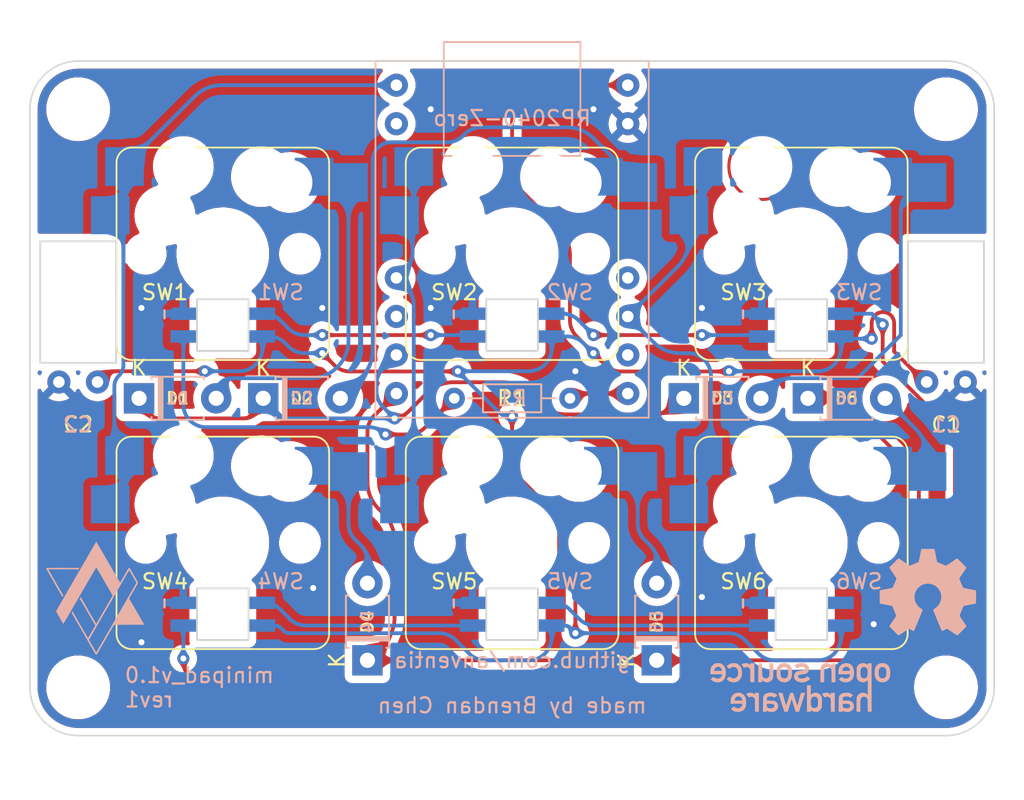
<source format=kicad_pcb>
(kicad_pcb (version 20211014) (generator pcbnew)
  (layers (0 "F.Cu" signal) (31 "B.Cu" signal) (34 "B.Paste" user) (35 "F.Paste" user) (36 "B.SilkS" user "B.Silkscreen") (37 "F.SilkS" user "F.Silkscreen") (38 "B.Mask" user) (39 "F.Mask" user) (44 "Edge.Cuts" user))
  (net 0 "")
  (net 1 "Net-(D1-Pad1)")
  (net 2 "Net-(D1-Pad2)")
  (net 3 "Net-(D2-Pad2)")
  (net 4 "Net-(D3-Pad2)")
  (net 5 "Net-(D4-Pad1)")
  (net 6 "Net-(D4-Pad2)")
  (net 7 "Net-(D5-Pad2)")
  (net 8 "Net-(D6-Pad2)")
  (net 9 "GND")
  (net 10 "Net-(SW1-Pad2)")
  (net 11 "Net-(SW1-Pad5)")
  (net 12 "Net-(SW2-Pad2)")
  (net 13 "Net-(SW2-Pad5)")
  (net 14 "Net-(SW3-Pad2)")
  (net 15 "Net-(SW3-Pad5)")
  (net 16 "Net-(SW4-Pad5)")
  (net 17 "Net-(SW5-Pad5)")
  (net 21 "Net-(C1-Pad1)")
  (net 23 "Net-(R1-Pad1)")
  (net 24 "Net-(R1-Pad2)")
  (footprint "edited_footprints:CMX-GLP_Hotswap_RGB_1.00u" (layer "F.Cu") (at 205.978298 150.614189)
    (fp_text reference "SW4")
    (fp_text value "CherryMX_SK6812")
    (fp_rect (start -1.7 3) (end 1.7 6.4) (layer "Edge.Cuts") (width 0.12) (fill none))
  )
  (footprint "edited_footprints:MountingHole" (layer "F.Cu") (at 253.603338 160.139197)
    (fp_text reference "REF**")
    (fp_text value "MountingHole")
  )
  (footprint "edited_footprints:CMX-GLP_Hotswap_RGB_1.00u" (layer "F.Cu") (at 244.07833 131.564173)
    (fp_text reference "SW3")
    (fp_text value "CherryMX_SK6812")
    (fp_rect (start -1.7 3) (end 1.7 6.4) (layer "Edge.Cuts") (width 0.12) (fill none))
  )
  (footprint "edited_footprints:D_T-1_P5.08mm_Horizontal" (layer "F.Cu") (at 215.503306 158.353258 90)
    (fp_text reference "D4")
    (fp_text value "1N4148")
  )
  (footprint "edited_footprints:CMX-GLP_Hotswap_RGB_1.00u" (layer "F.Cu") (at 225.028314 131.564173)
    (fp_text reference "SW2")
    (fp_text value "CherryMX_SK6812")
    (fp_rect (start -1.7 3) (end 1.7 6.4) (layer "Edge.Cuts") (width 0.12) (fill none))
  )
  (footprint "edited_footprints:D_T-1_P5.08mm_Horizontal" (layer "F.Cu") (at 234.553322 158.353258 90)
    (fp_text reference "D5")
    (fp_text value "1N4148")
  )
  (footprint "edited_footprints:CMX-GLP_Hotswap_RGB_1.00u" (layer "F.Cu") (at 244.07833 150.614189)
    (fp_text reference "SW6")
    (fp_text value "CherryMX_SK6812")
    (fp_rect (start -1.7 3) (end 1.7 6.4) (layer "Edge.Cuts") (width 0.12) (fill none))
  )
  (footprint "edited_footprints:Cap_4mm_Horizontal" (layer "F.Cu") (at 196.45329 138.745364 90)
    (fp_text reference "C2")
    (fp_text value "22uF")
    (fp_rect (start 0 2.5) (end 8 -2.5) (layer "Edge.Cuts") (width 0.12) (fill none))
  )
  (footprint "edited_footprints:MountingHole" (layer "F.Cu") (at 196.45329 160.139197)
    (fp_text reference "REF**")
    (fp_text value "MountingHole")
  )
  (footprint "edited_footprints:CMX-GLP_Hotswap_RGB_1.00u" (layer "F.Cu") (at 205.978298 131.564173)
    (fp_text reference "SW1")
    (fp_text value "CherryMX_SK6812")
    (fp_rect (start -1.7 3) (end 1.7 6.4) (layer "Edge.Cuts") (width 0.12) (fill none))
  )
  (footprint "edited_footprints:D_T-1_P5.08mm_Horizontal" (layer "F.Cu") (at 236.339261 141.089181)
    (fp_text reference "D3")
    (fp_text value "1N4148")
  )
  (footprint "edited_footprints:D_T-1_P5.08mm_Horizontal" (layer "F.Cu") (at 200.461733 141.089181)
    (fp_text reference "D1")
    (fp_text value "1N4148")
  )
  (footprint "edited_footprints:D_T-1_P5.08mm_Horizontal" (layer "F.Cu") (at 244.514895 141.089181)
    (fp_text reference "D6")
    (fp_text value "1N4148")
  )
  (footprint "edited_footprints:CMX-GLP_Hotswap_RGB_1.00u" (layer "F.Cu") (at 225.028314 150.614189)
    (fp_text reference "SW5")
    (fp_text value "CherryMX_SK6812")
    (fp_rect (start -1.7 3) (end 1.7 6.4) (layer "Edge.Cuts") (width 0.12) (fill none))
  )
  (footprint "Resistor_THT:R_Axial_DIN0204_L3.6mm_D1.6mm_P7.62mm_Horizontal" (layer "F.Cu") (at 228.838314 141.089181 180)
    (fp_text reference "R1")
    (fp_text value "500R")
  )
  (footprint "edited_footprints:D_T-1_P5.08mm_Horizontal" (layer "F.Cu") (at 208.637367 141.089181)
    (fp_text reference "D2")
    (fp_text value "1N4148")
  )
  (footprint "edited_footprints:MountingHole" (layer "F.Cu") (at 253.603338 122.039165)
    (fp_text reference "REF**")
    (fp_text value "MountingHole")
  )
  (footprint "edited_footprints:MountingHole" (layer "F.Cu") (at 196.45329 122.039165)
    (fp_text reference "REF**")
    (fp_text value "MountingHole")
  )
  (footprint "RP2040-Zero:RP2040-Zero" (layer "B.Cu") (at 225.028314 130.614165 180)
    (fp_text reference "U1")
    (fp_text value "RP2040-Zero")
  )
  (footprint "LOGO" (layer "B.Cu") (at 197.643916 154.186067 180)
    (fp_text reference "G***")
    (fp_text value "LOGO" hide)
  )
  (footprint "LOGO" (layer "B.Cu") (at 244.07833 160.139197 180)
    (fp_text reference "G***")
    (fp_text value "LOGO" hide)
  )
  (footprint "edited_footprints:Cap_4mm_Horizontal" (layer "B.Cu") (at 253.603338 138.745364 90)
    (fp_text reference "C1")
    (fp_text value "10uF")
    (fp_rect (start 0 -2.5) (end 8 2.5) (layer "Edge.Cuts") (width 0.12) (fill none))
  )
  (footprint "LOGO" (layer "B.Cu") (at 252.412712 154.186067 180)
    (fp_text reference "G***")
    (fp_text value "LOGO" hide)
  )
  (gr_circle (center 241.48 125.811303) (end 243.655 125.811303) (layer "F.Cu") (width 0.2) (fill none))
  (gr_line (start 256.778338 160.139197) (end 256.778338 122.039165) (layer "Edge.Cuts") (width 0.1))
  (gr_arc (start 253.603338 118.864165) (mid 255.848402 119.794101) (end 256.778338 122.039165) (layer "Edge.Cuts") (width 0.1))
  (gr_line (start 196.45329 118.864165) (end 253.603338 118.864165) (layer "Edge.Cuts") (width 0.1))
  (gr_arc (start 196.45329 163.314197) (mid 194.208226 162.384261) (end 193.27829 160.139197) (layer "Edge.Cuts") (width 0.1))
  (gr_line (start 253.603338 163.314197) (end 196.45329 163.314197) (layer "Edge.Cuts") (width 0.1))
  (gr_arc (start 193.27829 122.039165) (mid 194.208226 119.794101) (end 196.45329 118.864165) (layer "Edge.Cuts") (width 0.1))
  (gr_arc (start 256.778338 160.139197) (mid 255.848402 162.384261) (end 253.603338 163.314197) (layer "Edge.Cuts") (width 0.1))
  (gr_line (start 193.27829 160.139197) (end 193.27829 122.039165) (layer "Edge.Cuts") (width 0.1))
  (gr_text "made by Brendan Chen\n" (at 225.028314 161.329823) (layer "B.SilkS") (effects (font (size 1 1)) (justify mirror)))
  (gr_text "github.com/anventia" (at 225.028314 158.353258) (layer "B.SilkS") (effects (font (size 1 1)) (justify mirror)))
  (gr_text "minipad_v1.0\nrev1" (at 199.429855 160.139197) (layer "B.SilkS") (effects (font (size 1 1)) (justify right mirror)))
  (segment (start 221.169584 140.030315) (end 224.420631 140.030315) (width 0.25) (layer "F.Cu") (net 1))
  (segment (start 218.190013 141.974352) (end 219.401817 140.762548) (width 0.25) (layer "F.Cu") (net 1))
  (segment (start 207.312856 142.413692) (end 201.786244 142.413692) (width 0.25) (layer "F.Cu") (net 1))
  (segment (start 226.188398 140.762548) (end 226.843398 141.417548) (width 0.25) (layer "F.Cu") (net 1))
  (segment (start 228.611165 142.149781) (end 234.243127 142.149781) (width 0.25) (layer "F.Cu") (net 1))
  (segment (start 217.289245 142.413692) (end 217.328247 142.37469) (width 0.25) (layer "F.Cu") (net 1))
  (segment (start 217.328247 142.37469) (end 217.480108 142.37469) (width 0.25) (layer "F.Cu") (net 1))
  (via (at 217.289245 142.413692) (size 0.8) (drill 0.4) (layers "F.Cu" "B.Cu") (net 1))
  (arc (start 224.420631 140.030315) (mid 225.37734 140.220616) (end 226.188398 140.762548) (width 0.25) (layer "F.Cu") (net 1))
  (arc (start 219.401817 140.762548) (mid 220.212875 140.220616) (end 221.169584 140.030315) (width 0.25) (layer "F.Cu") (net 1))
  (arc (start 201.786244 142.413692) (mid 200.849673 142.025752) (end 200.461733 141.089181) (width 0.25) (layer "F.Cu") (net 1))
  (arc (start 234.243127 142.149781) (mid 235.199836 141.95948) (end 236.010894 141.417548) (width 0.25) (layer "F.Cu") (net 1))
  (arc (start 226.843398 141.417548) (mid 227.654456 141.95948) (end 228.611165 142.149781) (width 0.25) (layer "F.Cu") (net 1))
  (arc (start 217.480108 142.37469) (mid 217.862285 142.222436) (end 218.190013 141.974352) (width 0.25) (layer "F.Cu") (net 1))
  (arc (start 208.637367 141.089181) (mid 208.249427 142.025752) (end 207.312856 142.413692) (width 0.25) (layer "F.Cu") (net 1))
  (segment (start 217.408314 138.234165) (end 216.537959 139.10452) (width 0.25) (layer "B.Cu") (net 1))
  (segment (start 209.961878 142.413692) (end 217.289245 142.413692) (width 0.25) (layer "B.Cu") (net 1))
  (segment (start 216.098619 140.16518) (end 216.098619 140.601746) (width 0.25) (layer "B.Cu") (net 1))
  (segment (start 209.961878 142.413692) (end 208.637367 141.089181) (width 0.25) (layer "B.Cu") (net 1))
  (segment (start 216.537959 141.662406) (end 217.289245 142.413692) (width 0.25) (layer "B.Cu") (net 1))
  (arc (start 216.537959 141.662406) (mid 216.2128 141.175771) (end 216.098619 140.601746) (width 0.25) (layer "B.Cu") (net 1))
  (arc (start 216.537959 139.10452) (mid 216.2128 139.591155) (end 216.098619 140.16518) (width 0.25) (layer "B.Cu") (net 1))
  (segment (start 214.253298 126.864173) (end 214.253298 137.26467) (width 0.25) (layer "B.Cu") (net 2))
  (segment (start 211.753298 139.76467) (end 206.541733 139.76467) (width 0.25) (layer "B.Cu") (net 2))
  (arc (start 206.541733 139.76467) (mid 205.834626 140.057563) (end 205.541733 140.76467) (width 0.25) (layer "B.Cu") (net 2))
  (arc (start 214.253298 137.26467) (mid 213.521065 139.032437) (end 211.753298 139.76467) (width 0.25) (layer "B.Cu") (net 2))
  (segment (start 233.303314 126.864173) (end 230.401165 123.962024) (width 0.25) (layer "B.Cu") (net 3))
  (segment (start 228.633398 123.229791) (end 222.983042 123.229791) (width 0.25) (layer "B.Cu") (net 3))
  (segment (start 215.852809 125.410494) (end 215.852809 137.918205) (width 0.25) (layer "B.Cu") (net 3))
  (segment (start 215.120576 139.685972) (end 213.717367 141.089181) (width 0.25) (layer "B.Cu") (net 3))
  (segment (start 221.922382 123.669131) (end 221.816191 123.775322) (width 0.25) (layer "B.Cu") (net 3))
  (segment (start 220.755531 124.214662) (end 217.048641 124.214662) (width 0.25) (layer "B.Cu") (net 3))
  (arc (start 222.983042 123.229791) (mid 222.409017 123.343972) (end 221.922382 123.669131) (width 0.25) (layer "B.Cu") (net 3))
  (arc (start 217.048641 124.214662) (mid 216.20306 124.564913) (end 215.852809 125.410494) (width 0.25) (layer "B.Cu") (net 3))
  (arc (start 230.401165 123.962024) (mid 229.590107 123.420092) (end 228.633398 123.229791) (width 0.25) (layer "B.Cu") (net 3))
  (arc (start 215.120576 139.685972) (mid 215.662508 138.874914) (end 215.852809 137.918205) (width 0.25) (layer "B.Cu") (net 3))
  (arc (start 221.816191 123.775322) (mid 221.329556 124.100481) (end 220.755531 124.214662) (width 0.25) (layer "B.Cu") (net 3))
  (segment (start 241.419261 141.089181) (end 242.304432 140.20401) (width 0.25) (layer "B.Cu") (net 4))
  (segment (start 250.626773 136.92199) (end 250.626773 128.59073) (width 0.25) (layer "B.Cu") (net 4))
  (segment (start 247.784093 139.76467) (end 250.626773 136.92199) (width 0.25) (layer "B.Cu") (net 4))
  (segment (start 250.626773 128.59073) (end 252.35333 126.864173) (width 0.25) (layer "B.Cu") (net 4))
  (segment (start 243.365092 139.76467) (end 247.784093 139.76467) (width 0.25) (layer "B.Cu") (net 4))
  (arc (start 242.304432 140.20401) (mid 242.791067 139.878851) (end 243.365092 139.76467) (width 0.25) (layer "B.Cu") (net 4))
  (segment (start 215.503306 146.60209) (end 215.503306 143.300493) (width 0.25) (layer "F.Cu") (net 5))
  (segment (start 215.503306 158.353258) (end 216.557012 157.299552) (width 0.25) (layer "F.Cu") (net 5))
  (segment (start 251.085166 145.436948) (end 247.469632 141.821414) (width 0.25) (layer "F.Cu") (net 5))
  (segment (start 216.557012 148.69133) (end 216.235539 148.369857) (width 0.25) (layer "F.Cu") (net 5))
  (segment (start 234.553322 158.353258) (end 247.501208 158.353258) (width 0.25) (layer "F.Cu") (net 5))
  (segment (start 245.701865 141.089181) (end 244.514895 141.089181) (width 0.25) (layer "F.Cu") (net 5))
  (segment (start 249.268975 157.621025) (end 251.085166 155.804834) (width 0.25) (layer "F.Cu") (net 5))
  (segment (start 217.289245 155.531785) (end 217.289245 150.459097) (width 0.25) (layer "F.Cu") (net 5))
  (segment (start 215.503306 158.353258) (end 234.553322 158.353258) (width 0.25) (layer "F.Cu") (net 5))
  (segment (start 251.817399 154.037067) (end 251.817399 147.204715) (width 0.25) (layer "F.Cu") (net 5))
  (segment (start 215.942646 142.239833) (end 217.408314 140.774165) (width 0.25) (layer "F.Cu") (net 5))
  (arc (start 251.817399 154.037067) (mid 251.627098 154.993776) (end 251.085166 155.804834) (width 0.25) (layer "F.Cu") (net 5))
  (arc (start 251.817399 147.204715) (mid 251.627098 146.248006) (end 251.085166 145.436948) (width 0.25) (layer "F.Cu") (net 5))
  (arc (start 215.942646 142.239833) (mid 215.617487 142.726468) (end 215.503306 143.300493) (width 0.25) (layer "F.Cu") (net 5))
  (arc (start 217.289245 150.459097) (mid 217.098944 149.502388) (end 216.557012 148.69133) (width 0.25) (layer "F.Cu") (net 5))
  (arc (start 216.235539 148.369857) (mid 215.693607 147.558799) (end 215.503306 146.60209) (width 0.25) (layer "F.Cu") (net 5))
  (arc (start 247.501208 158.353258) (mid 248.457917 158.162957) (end 249.268975 157.621025) (width 0.25) (layer "F.Cu") (net 5))
  (arc (start 216.557012 157.299552) (mid 217.098944 156.488494) (end 217.289245 155.531785) (width 0.25) (layer "F.Cu") (net 5))
  (arc (start 247.469632 141.821414) (mid 246.658574 141.279482) (end 245.701865 141.089181) (width 0.25) (layer "F.Cu") (net 5))
  (segment (start 214.692638 150.398834) (end 215.063966 150.770162) (width 0.25) (layer "B.Cu") (net 6))
  (segment (start 215.503306 151.830822) (end 215.503306 153.273258) (width 0.25) (layer "B.Cu") (net 6))
  (segment (start 214.253298 145.914189) (end 214.253298 149.338174) (width 0.25) (layer "B.Cu") (net 6))
  (arc (start 215.063966 150.770162) (mid 215.389125 151.256797) (end 215.503306 151.830822) (width 0.25) (layer "B.Cu") (net 6))
  (arc (start 214.253298 149.338174) (mid 214.367479 149.912199) (end 214.692638 150.398834) (width 0.25) (layer "B.Cu") (net 6))
  (segment (start 234.553322 151.830822) (end 234.553322 153.273258) (width 0.25) (layer "B.Cu") (net 7))
  (segment (start 233.742654 150.398834) (end 234.113982 150.770162) (width 0.25) (layer "B.Cu") (net 7))
  (segment (start 233.303314 145.914189) (end 233.303314 149.338174) (width 0.25) (layer "B.Cu") (net 7))
  (arc (start 233.303314 149.338174) (mid 233.417495 149.912199) (end 233.742654 150.398834) (width 0.25) (layer "B.Cu") (net 7))
  (arc (start 234.113982 150.770162) (mid 234.439141 151.256797) (end 234.553322 151.830822) (width 0.25) (layer "B.Cu") (net 7))
  (segment (start 251.621097 143.115383) (end 249.594895 141.089181) (width 0.25) (layer "B.Cu") (net 8))
  (arc (start 251.621097 143.115383) (mid 252.163029 143.926441) (end 252.35333 144.88315) (width 0.25) (layer "B.Cu") (net 8))
  (segment locked (start 199.429855 133.945425) (end 199.429855 129.778234) (width 0.25) (layer "F.Cu") (net 9))
  (via (at 248.840834 155.972006) (size 0.8) (drill 0.4) (layers "F.Cu" "B.Cu") (net 9))
  (via (at 200.620481 135.136051) (size 0.8) (drill 0.4) (layers "F.Cu" "B.Cu") (net 9))
  (via (at 230.386131 122.039165) (size 0.8) (drill 0.4) (layers "F.Cu" "B.Cu") (net 9))
  (via (at 200.620481 157.162632) (size 0.8) (drill 0.4) (layers "F.Cu" "B.Cu") (net 9))
  (via (at 219.670497 122.039165) (size 0.8) (drill 0.4) (layers "F.Cu" "B.Cu") (net 9))
  (via (at 237.529887 135.136051) (size 0.8) (drill 0.4) (layers "F.Cu" "B.Cu") (net 9))
  (via (at 211.931428 153.590754) (size 0.8) (drill 0.4) (layers "F.Cu" "B.Cu") (net 9))
  (via (at 229.195505 139.303242) (size 0.8) (drill 0.4) (layers "F.Cu" "B.Cu") (net 9))
  (via (at 219.670497 135.136051) (size 0.8) (drill 0.4) (layers "F.Cu" "B.Cu") (net 9))
  (via (at 212.526741 135.136051) (size 0.8) (drill 0.4) (layers "F.Cu" "B.Cu") (net 9))
  (via (at 237.529887 154.186067) (size 0.8) (drill 0.4) (layers "F.Cu" "B.Cu") (net 9))
  (segment (start 199.136962 139.596135) (end 199.127435 139.605662) (width 0.25) (layer "B.Cu") (net 10))
  (segment (start 199.503298 144.864189) (end 199.503298 148.074189) (width 0.25) (layer "B.Cu") (net 10))
  (segment (start 205.89884 120.454165) (end 217.408314 120.454165) (width 0.25) (layer "B.Cu") (net 10))
  (segment (start 199.503298 125.814173) (end 204.131073 121.186398) (width 0.25) (layer "B.Cu") (net 10))
  (segment (start 198.834542 140.312769) (end 198.834542 144.195433) (width 0.25) (layer "B.Cu") (net 10))
  (segment (start 199.429855 129.024173) (end 199.429855 138.889028) (width 0.25) (layer "B.Cu") (net 10))
  (segment (start 199.503298 125.814173) (end 199.503298 129.024173) (width 0.25) (layer "B.Cu") (net 10))
  (arc (start 199.127435 139.605662) (mid 198.910662 139.930085) (end 198.834542 140.312769) (width 0.25) (layer "B.Cu") (net 10))
  (arc (start 199.136962 139.596135) (mid 199.353735 139.271712) (end 199.429855 138.889028) (width 0.25) (layer "B.Cu") (net 10))
  (arc (start 204.131073 121.186398) (mid 204.942131 120.644466) (end 205.89884 120.454165) (width 0.25) (layer "B.Cu") (net 10))
  (segment (start 212.526741 136.92199) (end 219.670497 136.92199) (width 0.25) (layer "F.Cu") (net 11))
  (via (at 219.670497 136.92199) (size 0.8) (drill 0.4) (layers "F.Cu" "B.Cu") (net 11))
  (via (at 212.526741 136.92199) (size 0.8) (drill 0.4) (layers "F.Cu" "B.Cu") (net 11))
  (segment (start 209.772325 135.953529) (end 210.301446 136.48265) (width 0.25) (layer "B.Cu") (net 11))
  (segment (start 219.670497 136.92199) (end 222.336131 136.92199) (width 0.25) (layer "B.Cu") (net 11))
  (segment (start 211.362106 136.92199) (end 212.526741 136.92199) (width 0.25) (layer "B.Cu") (net 11))
  (arc (start 211.362106 136.92199) (mid 210.788081 136.807809) (end 210.301446 136.48265) (width 0.25) (layer "B.Cu") (net 11))
  (arc (start 208.711665 135.514189) (mid 209.28569 135.62837) (end 209.772325 135.953529) (width 0.25) (layer "B.Cu") (net 11))
  (segment (start 218.113974 133.859825) (end 217.408314 133.154165) (width 0.25) (layer "B.Cu") (net 12))
  (segment (start 218.479871 131.461288) (end 218.479871 129.88573) (width 0.25) (layer "B.Cu") (net 12))
  (segment (start 217.408314 133.154165) (end 218.040531 132.521948) (width 0.25) (layer "B.Cu") (net 12))
  (segment (start 218.553314 144.864189) (end 218.553314 147.139189) (width 0.25) (layer "B.Cu") (net 12))
  (segment (start 218.553314 125.814173) (end 218.553314 128.089173) (width 0.25) (layer "B.Cu") (net 12))
  (segment (start 218.553314 144.864189) (end 218.553314 134.920485) (width 0.25) (layer "B.Cu") (net 12))
  (arc (start 218.553314 134.920485) (mid 218.439133 134.34646) (end 218.113974 133.859825) (width 0.25) (layer "B.Cu") (net 12))
  (arc (start 218.479871 131.461288) (mid 218.36569 132.035313) (end 218.040531 132.521948) (width 0.25) (layer "B.Cu") (net 12))
  (segment (start 230.386131 136.92199) (end 237.529887 136.92199) (width 0.25) (layer "F.Cu") (net 13))
  (via (at 237.529887 136.92199) (size 0.8) (drill 0.4) (layers "F.Cu" "B.Cu") (net 13))
  (via (at 230.386131 136.92199) (size 0.8) (drill 0.4) (layers "F.Cu" "B.Cu") (net 13))
  (segment (start 227.628314 135.514173) (end 228.356994 135.514173) (width 0.25) (layer "B.Cu") (net 13))
  (segment (start 237.529887 136.92199) (end 241.386147 136.92199) (width 0.25) (layer "B.Cu") (net 13))
  (segment (start 229.417654 135.953513) (end 230.386131 136.92199) (width 0.25) (layer "B.Cu") (net 13))
  (arc (start 228.356994 135.514173) (mid 228.931019 135.628354) (end 229.417654 135.953513) (width 0.25) (layer "B.Cu") (net 13))
  (segment (start 238.125168 139.612616) (end 238.125168 144.342319) (width 0.25) (layer "B.Cu") (net 14))
  (segment (start 237.60333 125.814173) (end 237.60333 129.024173) (width 0.25) (layer "B.Cu") (net 14))
  (segment (start 232.648314 135.694165) (end 235.936097 132.406382) (width 0.25) (layer "B.Cu") (net 14))
  (segment (start 236.102299 138.112616) (end 236.625168 138.112616) (width 0.25) (layer "B.Cu") (net 14))
  (segment (start 232.648314 135.694165) (end 234.334532 137.380383) (width 0.25) (layer "B.Cu") (net 14))
  (segment (start 236.66833 130.638615) (end 236.66833 129.024173) (width 0.25) (layer "B.Cu") (net 14))
  (segment (start 237.60333 144.864189) (end 237.60333 148.074189) (width 0.25) (layer "B.Cu") (net 14))
  (arc (start 236.625168 138.112616) (mid 237.685828 138.551956) (end 238.125168 139.612616) (width 0.25) (layer "B.Cu") (net 14))
  (arc (start 235.936097 132.406382) (mid 236.478029 131.595324) (end 236.66833 130.638615) (width 0.25) (layer "B.Cu") (net 14))
  (arc (start 236.102299 138.112616) (mid 235.14559 137.922315) (end 234.334532 137.380383) (width 0.25) (layer "B.Cu") (net 14))
  (segment (start 249.436147 138.654733) (end 254.198651 143.417237) (width 0.25) (layer "F.Cu") (net 15))
  (segment (start 253.466418 156.704239) (end 250.16838 160.002277) (width 0.25) (layer "F.Cu") (net 15))
  (segment (start 248.400613 160.73451) (end 205.878298 160.73451) (width 0.25) (layer "F.Cu") (net 15))
  (segment (start 254.198651 143.417237) (end 254.198651 154.936472) (width 0.25) (layer "F.Cu") (net 15))
  (segment (start 249.436147 136.326677) (end 249.436147 138.654733) (width 0.25) (layer "F.Cu") (net 15))
  (via (at 203.378298 158.23451) (size 0.8) (drill 0.4) (layers "F.Cu" "B.Cu") (net 15))
  (via (at 249.436147 136.226677) (size 0.8) (drill 0.4) (layers "F.Cu" "B.Cu") (net 15))
  (arc (start 254.198651 154.936472) (mid 254.00835 155.893181) (end 253.466418 156.704239) (width 0.25) (layer "F.Cu") (net 15))
  (arc (start 205.878298 160.73451) (mid 204.110531 160.002277) (end 203.378298 158.23451) (width 0.25) (layer "F.Cu") (net 15))
  (arc (start 250.16838 160.002277) (mid 249.357322 160.544209) (end 248.400613 160.73451) (width 0.25) (layer "F.Cu") (net 15))
  (segment (start 248.723643 135.514173) (end 246.67833 135.514173) (width 0.25) (layer "B.Cu") (net 15))
  (segment (start 249.436147 136.226677) (end 248.723643 135.514173) (width 0.25) (layer "B.Cu") (net 15))
  (segment (start 203.378298 158.23451) (end 203.378298 156.064189) (width 0.25) (layer "B.Cu") (net 15))
  (segment (start 209.772325 155.003529) (end 210.393645 155.624849) (width 0.25) (layer "B.Cu") (net 16))
  (segment (start 211.454305 156.064189) (end 222.428314 156.064189) (width 0.25) (layer "B.Cu") (net 16))
  (arc (start 208.711665 154.564189) (mid 209.28569 154.67837) (end 209.772325 155.003529) (width 0.25) (layer "B.Cu") (net 16))
  (arc (start 211.454305 156.064189) (mid 210.88028 155.950008) (end 210.393645 155.624849) (width 0.25) (layer "B.Cu") (net 16))
  (segment (start 230.504305 156.064189) (end 241.478314 156.064189) (width 0.25) (layer "B.Cu") (net 17))
  (segment (start 228.822325 155.003529) (end 229.443645 155.624849) (width 0.25) (layer "B.Cu") (net 17))
  (arc (start 230.504305 156.064189) (mid 229.93028 155.950008) (end 229.443645 155.624849) (width 0.25) (layer "B.Cu") (net 17))
  (arc (start 227.761665 154.564189) (mid 228.33569 154.67837) (end 228.822325 155.003529) (width 0.25) (layer "B.Cu") (net 17))
  (segment (start 230.386131 138.112616) (end 231.154851 138.881336) (width 0.25) (layer "F.Cu") (net 21))
  (segment (start 232.215511 139.320676) (end 239.298392 139.320676) (width 0.25) (layer "F.Cu") (net 21))
  (segment (start 225.028314 144.816151) (end 225.028314 142.279807) (width 0.25) (layer "F.Cu") (net 21))
  (segment (start 227.528314 120.454165) (end 232.648314 120.454165) (width 0.25) (layer "F.Cu") (net 21))
  (segment (start 228.838314 131.647203) (end 228.838314 135.943479) (width 0.25) (layer "F.Cu") (net 21))
  (segment (start 250.19 138.00883) (end 250.19 136.141166) (width 0.25) (layer "F.Cu") (net 21))
  (segment (start 228.106081 129.879436) (end 225.760547 127.533902) (width 0.25) (layer "F.Cu") (net 21))
  (segment (start 248.711647 137.16) (end 248.711647 136.141166) (width 0.25) (layer "F.Cu") (net 21))
  (segment (start 225.760547 146.583918) (end 227.68722 148.510591) (width 0.25) (layer "F.Cu") (net 21))
  (segment (start 198.860549 139.303242) (end 204.787672 139.303242) (width 0.25) (layer "F.Cu") (net 21))
  (segment (start 225.028314 125.766135) (end 225.028314 122.954165) (width 0.25) (layer "F.Cu") (net 21))
  (segment (start 221.439002 139.320676) (end 214.356121 139.320676) (width 0.25) (layer "F.Cu") (net 21))
  (segment (start 229.195505 156.567319) (end 229.195505 153.746246) (width 0.25) (layer "F.Cu") (net 21))
  (segment (start 213.295461 138.881336) (end 212.526741 138.112616) (width 0.25) (layer "F.Cu") (net 21))
  (segment (start 229.277654 137.004139) (end 230.386131 138.112616) (width 0.25) (layer "F.Cu") (net 21))
  (segment (start 228.756165 152.685586) (end 228.5659 152.495321) (width 0.25) (layer "F.Cu") (net 21))
  (segment (start 252.196534 140.015364) (end 250.19 138.00883) (width 0.25) (layer "F.Cu") (net 21))
  (segment (start 228.12656 151.434661) (end 228.12656 149.571251) (width 0.25) (layer "F.Cu") (net 21))
  (via (at 212.526741 138.112616) (size 0.8) (drill 0.4) (layers "F.Cu" "B.Cu") (net 21))
  (via (at 225.028314 142.279807) (size 0.8) (drill 0.4) (layers "F.Cu" "B.Cu") (net 21))
  (via (at 230.386131 138.112616) (size 0.8) (drill 0.4) (layers "F.Cu" "B.Cu") (net 21))
  (via (at 221.456436 139.303242) (size 0.8) (drill 0.4) (layers "F.Cu" "B.Cu") (net 21))
  (via (at 239.315826 139.303242) (size 0.8) (drill 0.4) (layers "F.Cu" "B.Cu") (net 21))
  (via (at 229.195505 156.567319) (size 0.8) (drill 0.4) (layers "F.Cu" "B.Cu") (net 21))
  (via (at 204.787672 139.303242) (size 0.8) (drill 0.4) (layers "F.Cu" "B.Cu") (net 21))
  (via (at 248.711647 137.16) (size 0.8) (drill 0.4) (layers "F.Cu" "B.Cu") (net 21))
  (arc (start 225.028314 122.954165) (mid 225.760547 121.186398) (end 227.528314 120.454165) (width 0.25) (layer "F.Cu") (net 21))
  (arc (start 228.838314 131.647203) (mid 228.648013 130.690494) (end 228.106081 129.879436) (width 0.25) (layer "F.Cu") (net 21))
  (arc (start 229.195505 153.746246) (mid 229.081324 153.172221) (end 228.756165 152.685586) (width 0.25) (layer "F.Cu") (net 21))
  (arc (start 228.838314 135.943479) (mid 228.952495 136.517504) (end 229.277654 137.004139) (width 0.25) (layer "F.Cu") (net 21))
  (arc (start 225.028314 144.816151) (mid 225.218615 145.77286) (end 225.760547 146.583918) (width 0.25) (layer "F.Cu") (net 21))
  (arc (start 228.5659 152.495321) (mid 228.240741 152.008686) (end 228.12656 151.434661) (width 0.25) (layer "F.Cu") (net 21))
  (arc (start 227.68722 148.510591) (mid 228.012379 148.997226) (end 228.12656 149.571251) (width 0.25) (layer "F.Cu") (net 21))
  (arc (start 198.860549 139.303242) (mid 198.286524 139.417423) (end 197.799889 139.742582) (width 0.25) (layer "F.Cu") (net 21))
  (arc (start 248.711647 136.141166) (mid 248.928095 135.618614) (end 249.450647 135.402166) (width 0.25) (layer "F.Cu") (net 21))
  (arc (start 232.215511 139.320676) (mid 231.641486 139.206495) (end 231.154851 138.881336) (width 0.25) (layer "F.Cu") (net 21))
  (arc (start 250.19 136.141166) (mid 249.973552 135.618614) (end 249.451 135.402166) (width 0.25) (layer "F.Cu") (net 21))
  (arc (start 214.356121 139.320676) (mid 213.782096 139.206495) (end 213.295461 138.881336) (width 0.25) (layer "F.Cu") (net 21))
  (arc (start 225.760547 127.533902) (mid 225.218615 126.722844) (end 225.028314 125.766135) (width 0.25) (layer "F.Cu") (net 21))
  (segment (start 228.485268 156.064189) (end 227.628314 156.064189) (width 0.25) (layer "B.Cu") (net 21))
  (segment (start 246.67833 137.803242) (end 246.67833 137.014173) (width 0.25) (layer "B.Cu") (net 21))
  (segment (start 210.352596 156.567319) (end 220.239803 156.567319) (width 0.25) (layer "B.Cu") (net 21))
  (segment (start 248.711647 137.16) (end 246.824157 137.16) (width 0.25) (layer "B.Cu") (net 21))
  (segment (start 229.727028 137.453513) (end 230.386131 138.112616) (width 0.25) (layer "B.Cu") (net 21))
  (segment (start 229.049059 156.420873) (end 228.838822 156.210636) (width 0.25) (layer "B.Cu") (net 21))
  (segment (start 227.628314 156.853258) (end 227.628314 156.064189) (width 0.25) (layer "B.Cu") (net 21))
  (segment (start 229.210239 156.552585) (end 229.210239 156.531749) (width 0.25) (layer "B.Cu") (net 21))
  (segment (start 229.195505 156.567319) (end 239.289803 156.567319) (width 0.25) (layer "B.Cu") (net 21))
  (segment (start 208.578298 156.064189) (end 209.435252 156.064189) (width 0.25) (layer "B.Cu") (net 21))
  (segment (start 227.628314 137.014173) (end 228.666368 137.014173) (width 0.25) (layer "B.Cu") (net 21))
  (segment (start 229.195505 156.567319) (end 229.210239 156.552585) (width 0.25) (layer "B.Cu") (net 21))
  (segment (start 211.362122 138.112616) (end 212.526741 138.112616) (width 0.25) (layer "B.Cu") (net 21))
  (segment (start 224.140108 141.986914) (end 221.456436 139.303242) (width 0.25) (layer "B.Cu") (net 21))
  (segment (start 210.081699 137.453513) (end 210.301462 137.673276) (width 0.25) (layer "B.Cu") (net 21))
  (segment (start 239.315826 139.303242) (end 245.268956 139.303242) (width 0.25) (layer "B.Cu") (net 21))
  (segment (start 209.788806 156.210636) (end 209.999043 156.420873) (width 0.25) (layer "B.Cu") (net 21))
  (segment (start 221.300463 157.006659) (end 222.207722 157.913918) (width 0.25) (layer "B.Cu") (net 21))
  (segment (start 246.678314 156.853258) (end 246.678314 156.064189) (width 0.25) (layer "B.Cu") (net 21))
  (segment (start 242.318382 158.353258) (end 245.178314 158.353258) (width 0.25) (layer "B.Cu") (net 21))
  (segment (start 227.628314 137.803242) (end 227.628314 137.014173) (width 0.25) (layer "B.Cu") (net 21))
  (segment (start 221.456436 139.303242) (end 226.128314 139.303242) (width 0.25) (layer "B.Cu") (net 21))
  (segment (start 204.787672 139.303242) (end 207.078298 139.303242) (width 0.25) (layer "B.Cu") (net 21))
  (segment (start 240.350463 157.006659) (end 241.257722 157.913918) (width 0.25) (layer "B.Cu") (net 21))
  (segment (start 223.268382 158.353258) (end 226.128314 158.353258) (width 0.25) (layer "B.Cu") (net 21))
  (segment (start 225.028314 142.279807) (end 224.847215 142.279807) (width 0.25) (layer "B.Cu") (net 21))
  (segment (start 208.578298 137.803242) (end 208.578298 137.014173) (width 0.25) (layer "B.Cu") (net 21))
  (arc (start 228.838822 156.210636) (mid 228.67661 156.102249) (end 228.485268 156.064189) (width 0.25) (layer "B.Cu") (net 21))
  (arc (start 226.128314 139.303242) (mid 227.188974 138.863902) (end 227.628314 137.803242) (width 0.25) (layer "B.Cu") (net 21))
  (arc (start 229.210239 156.531749) (mid 229.124827 156.483054) (end 229.049059 156.420873) (width 0.25) (layer "B.Cu") (net 21))
  (arc (start 224.140108 141.986914) (mid 224.464531 142.203687) (end 224.847215 142.279807) (width 0.25) (layer "B.Cu") (net 21))
  (arc (start 211.362122 138.112616) (mid 210.788097 137.998435) (end 210.301462 137.673276) (width 0.25) (layer "B.Cu") (net 21))
  (arc (start 239.289803 156.567319) (mid 239.863828 156.6815) (end 240.350463 157.006659) (width 0.25) (layer "B.Cu") (net 21))
  (arc (start 208.578298 137.803242) (mid 208.138958 138.863902) (end 207.078298 139.303242) (width 0.25) (layer "B.Cu") (net 21))
  (arc (start 241.257722 157.913918) (mid 241.744357 158.239077) (end 242.318382 158.353258) (width 0.25) (layer "B.Cu") (net 21))
  (arc (start 245.17833 139.303242) (mid 246.23899 138.863902) (end 246.67833 137.803242) (width 0.25) (layer "B.Cu") (net 21))
  (arc (start 209.021039 137.014173) (mid 209.595064 137.128354) (end 210.081699 137.453513) (width 0.25) (layer "B.Cu") (net 21))
  (arc (start 222.207722 157.913918) (mid 222.694357 158.239077) (end 223.268382 158.353258) (width 0.25) (layer "B.Cu") (net 21))
  (arc (start 245.178314 158.353258) (mid 246.238974 157.913918) (end 246.678314 156.853258) (width 0.25) (layer "B.Cu") (net 21))
  (arc (start 209.435252 156.064189) (mid 209.626594 156.102249) (end 209.788806 156.210636) (width 0.25) (layer "B.Cu") (net 21))
  (arc (start 226.128314 158.353258) (mid 227.188974 157.913918) (end 227.628314 156.853258) (width 0.25) (layer "B.Cu") (net 21))
  (arc (start 209.999043 156.420873) (mid 210.161255 156.529259) (end 210.352596 156.567319) (width 0.25) (layer "B.Cu") (net 21))
  (arc (start 220.239803 156.567319) (mid 220.813828 156.6815) (end 221.300463 157.006659) (width 0.25) (layer "B.Cu") (net 21))
  (arc (start 229.727028 137.453513) (mid 229.240393 137.128354) (end 228.666368 137.014173) (width 0.25) (layer "B.Cu") (net 21))
  (segment (start 228.838314 140.774165) (end 232.648314 140.774165) (width 0.25) (layer "F.Cu") (net 23))
  (segment (start 221.218314 141.089181) (end 219.277034 143.030461) (width 0.25) (layer "F.Cu") (net 24))
  (segment (start 218.216374 143.469801) (end 216.690821 143.469801) (width 0.25) (layer "F.Cu") (net 24))
  (via (at 216.690821 143.469801) (size 0.8) (drill 0.4) (layers "F.Cu" "B.Cu") (net 24))
  (arc (start 218.216374 143.469801) (mid 218.790399 143.35562) (end 219.277034 143.030461) (width 0.25) (layer "F.Cu") (net 24))
  (segment (start 204.878298 142.989668) (end 215.589368 142.989668) (width 0.25) (layer "B.Cu") (net 24))
  (segment (start 203.378298 137.014173) (end 203.378298 141.489668) (width 0.25) (layer "B.Cu") (net 24))
  (segment (start 216.690821 143.469801) (end 216.650028 143.429008) (width 0.25) (layer "B.Cu") (net 24))
  (arc (start 204.878298 142.989668) (mid 203.817638 142.550328) (end 203.378298 141.489668) (width 0.25) (layer "B.Cu") (net 24))
  (arc (start 216.650028 143.429008) (mid 216.163393 143.103849) (end 215.589368 142.989668) (width 0.25) (layer "B.Cu") (net 24))
  (zone (net 1) (net_name "Net-(D1-Pad1)") (layer "F.Cu") (priority 16962) (connect_pads yes (clearance 0)) (min_thickness 0.0254) (fill yes (thermal_gap 0.508) (thermal_bridge_width 0.508))
    (polygon (pts (xy 201.713351 142.286476) (xy 201.565478 142.260241) (xy 201.462479 142.205008) (xy 201.397731 142.124471) (xy 201.364607 142.022326) (xy 201.356485 141.902269) (xy 201.366739 141.767995) (xy 201.388745 141.6232) (xy 201.415878 141.47158) (xy 201.441515 141.316829) (xy 201.45903 141.162644) (xy 200.277436 140.624386) (xy 200.400966 142.087332) (xy 200.566229 142.107744) (xy 200.703099 142.144175) (xy 200.819262 142.192654) (xy 200.922401 142.249213) (xy 201.020204 142.309884) (xy 201.120356 142.370698) (xy 201.230542 142.427686) (xy 201.358447 142.47688) (xy 201.511758 142.514312) (xy 201.698161 142.536012)))
  )
  (zone (net 11) (net_name "Net-(SW1-Pad5)") (layer "F.Cu") (priority 16962) (connect_pads yes (clearance 0)) (min_thickness 0.0254) (fill yes (thermal_gap 0.508) (thermal_bridge_width 0.508))
    (polygon (pts (xy 213.316741 136.79699) (xy 213.226279 136.793723) (xy 213.150518 136.784331) (xy 213.086351 136.769425) (xy 213.030676 136.749615) (xy 212.980388 136.725513) (xy 212.932381 136.697728) (xy 212.883553 136.666873) (xy 212.830799 136.633557) (xy 212.771015 136.598393) (xy 212.701096 136.56199) (xy 212.326741 136.92199) (xy 212.701096 137.28199) (xy 212.771015 137.245586) (xy 212.830799 137.210422) (xy 212.883553 137.177106) (xy 212.932381 137.146251) (xy 212.980388 137.118466) (xy 213.030676 137.094364) (xy 213.086351 137.074554) (xy 213.150518 137.059648) (xy 213.226279 137.050256) (xy 213.316741 137.04699)))
  )
  (zone (net 23) (net_name "Net-(R1-Pad1)") (layer "F.Cu") (priority 16962) (connect_pads yes (clearance 0)) (min_thickness 0.0254) (fill yes (thermal_gap 0.508) (thermal_bridge_width 0.508))
    (polygon (pts (xy 230.168314 140.649165) (xy 229.982488 140.641885) (xy 229.82693 140.622126) (xy 229.694691 140.593008) (xy 229.578824 140.55765) (xy 229.47238 140.519173) (xy 229.368411 140.480695) (xy 229.259968 140.445337) (xy 229.140103 140.416219) (xy 229.001867 140.39646) (xy 228.838314 140.389181) (xy 228.525268 141.245712) (xy 229.392977 141.516203) (xy 229.465812 141.415141) (xy 229.527979 141.319631) (xy 229.583871 141.23087) (xy 229.637878 141.150056) (xy 229.694393 141.078387) (xy 229.757809 141.017062) (xy 229.832516 140.967279) (xy 229.922908 140.930237) (xy 230.033377 140.907132) (xy 230.168314 140.899165)))
  )
  (zone (net 5) (net_name "Net-(D4-Pad1)") (layer "F.Cu") (priority 16962) (connect_pads yes (clearance 0)) (min_thickness 0.0254) (fill yes (thermal_gap 0.508) (thermal_bridge_width 0.508))
    (polygon (pts (xy 216.990036 156.424615) (xy 216.86824 156.676504) (xy 216.735183 156.865459) (xy 216.590114 157.002289) (xy 216.43228 157.097803) (xy 216.26093 157.162813) (xy 216.075313 157.208127) (xy 215.874675 157.244558) (xy 215.658267 157.282913) (xy 215.425336 157.334004) (xy 215.175131 157.408642) (xy 215.149753 158.706811) (xy 216.447922 158.681433) (xy 216.539054 158.416101) (xy 216.615141 158.189669) (xy 216.680679 157.991637) (xy 216.740163 157.811505) (xy 216.798088 157.638772) (xy 216.858952 157.462939) (xy 216.927249 157.273504) (xy 217.007475 157.059969) (xy 217.104126 156.811832) (xy 217.221698 156.518595)))
  )
  (zone (net 5) (net_name "Net-(D4-Pad1)") (layer "F.Cu") (priority 16962) (connect_pads yes (clearance 0)) (min_thickness 0.0254) (fill yes (thermal_gap 0.508) (thermal_bridge_width 0.508))
    (polygon (pts (xy 232.563322 158.478258) (xy 232.799149 158.490906) (xy 232.991934 158.526675) (xy 233.151116 158.582298) (xy 233.286135 158.65451) (xy 233.406431 158.740045) (xy 233.521442 158.835637) (xy 233.640609 158.93802) (xy 233.773369 159.043928) (xy 233.929164 159.150096) (xy 234.117433 159.253258) (xy 235.053322 158.353258) (xy 234.117433 157.453258) (xy 233.929164 157.556419) (xy 233.773369 157.662587) (xy 233.640609 157.768495) (xy 233.521442 157.870878) (xy 233.406431 157.96647) (xy 233.286135 158.052005) (xy 233.151116 158.124217) (xy 232.991934 158.17984) (xy 232.799149 158.215609) (xy 232.563322 158.228258)))
  )
  (zone (net 11) (net_name "Net-(SW1-Pad5)") (layer "F.Cu") (priority 16962) (connect_pads yes (clearance 0)) (min_thickness 0.0254) (fill yes (thermal_gap 0.508) (thermal_bridge_width 0.508))
    (polygon (pts (xy 218.880497 137.04699) (xy 218.970958 137.050256) (xy 219.046719 137.059648) (xy 219.110886 137.074554) (xy 219.166561 137.094364) (xy 219.216849 137.118466) (xy 219.264856 137.146251) (xy 219.313684 137.177106) (xy 219.366438 137.210422) (xy 219.426222 137.245586) (xy 219.496142 137.28199) (xy 219.870497 136.92199) (xy 219.496142 136.56199) (xy 219.426222 136.598393) (xy 219.366438 136.633557) (xy 219.313684 136.666873) (xy 219.264856 136.697728) (xy 219.216849 136.725513) (xy 219.166561 136.749615) (xy 219.110886 136.769425) (xy 219.046719 136.784331) (xy 218.970958 136.793723) (xy 218.880497 136.79699)))
  )
  (zone (net 21) (net_name "Net-(C1-Pad1)") (layer "F.Cu") (priority 16962) (connect_pads yes (clearance 0)) (min_thickness 0.0254) (fill yes (thermal_gap 0.508) (thermal_bridge_width 0.508))
    (polygon (pts (xy 229.739129 137.642391) (xy 229.800784 137.708666) (xy 229.847715 137.768878) (xy 229.882547 137.824791) (xy 229.907908 137.878166) (xy 229.926424 137.930769) (xy 229.940723 137.984361) (xy 229.953431 138.040705) (xy 229.967177 138.101565) (xy 229.984585 138.168704) (xy 230.008285 138.243886) (xy 230.527552 138.254037) (xy 230.517401 137.73477) (xy 230.442219 137.71107) (xy 230.37508 137.693662) (xy 230.31422 137.679916) (xy 230.257876 137.667208) (xy 230.204284 137.652909) (xy 230.151681 137.634393) (xy 230.098306 137.609032) (xy 230.042393 137.5742) (xy 229.982181 137.527269) (xy 229.915906 137.465614)))
  )
  (zone (net 21) (net_name "Net-(C1-Pad1)") (layer "F.Cu") (priority 16962) (connect_pads yes (clearance 0)) (min_thickness 0.0254) (fill yes (thermal_gap 0.508) (thermal_bridge_width 0.508))
    (polygon (pts (xy 229.070505 155.777319) (xy 229.067238 155.86778) (xy 229.057846 155.943541) (xy 229.04294 156.007708) (xy 229.02313 156.063383) (xy 228.999028 156.113671) (xy 228.971243 156.161678) (xy 228.940388 156.210506) (xy 228.907072 156.26326) (xy 228.871908 156.323044) (xy 228.835505 156.392964) (xy 229.195505 156.767319) (xy 229.555505 156.392964) (xy 229.519101 156.323044) (xy 229.483937 156.26326) (xy 229.450621 156.210506) (xy 229.419766 156.161678) (xy 229.391981 156.113671) (xy 229.367879 156.063383) (xy 229.348069 156.007708) (xy 229.333163 155.943541) (xy 229.323771 155.86778) (xy 229.320505 155.777319)))
  )
  (zone (net 13) (net_name "Net-(SW2-Pad5)") (layer "F.Cu") (priority 16962) (connect_pads yes (clearance 0)) (min_thickness 0.0254) (fill yes (thermal_gap 0.508) (thermal_bridge_width 0.508))
    (polygon (pts (xy 236.739887 137.04699) (xy 236.830348 137.050256) (xy 236.906109 137.059648) (xy 236.970276 137.074554) (xy 237.025951 137.094364) (xy 237.076239 137.118466) (xy 237.124246 137.146251) (xy 237.173074 137.177106) (xy 237.225828 137.210422) (xy 237.285612 137.245586) (xy 237.355532 137.28199) (xy 237.729887 136.92199) (xy 237.355532 136.56199) (xy 237.285612 136.598393) (xy 237.225828 136.633557) (xy 237.173074 136.666873) (xy 237.124246 136.697728) (xy 237.076239 136.725513) (xy 237.025951 136.749615) (xy 236.970276 136.769425) (xy 236.906109 136.784331) (xy 236.830348 136.793723) (xy 236.739887 136.79699)))
  )
  (zone (net 24) (net_name "Net-(R1-Pad2)") (layer "F.Cu") (priority 16962) (connect_pads yes (clearance 0)) (min_thickness 0.0254) (fill yes (thermal_gap 0.508) (thermal_bridge_width 0.508))
    (polygon (pts (xy 220.323825 142.160447) (xy 220.444709 142.050813) (xy 220.555553 141.971895) (xy 220.659416 141.917894) (xy 220.759359 141.883009) (xy 220.858442 141.861443) (xy 220.959723 141.847395) (xy 221.066263 141.835068) (xy 221.181122 141.818661) (xy 221.30736 141.792375) (xy 221.448036 141.750412) (xy 221.465801 140.841694) (xy 220.557083 140.859459) (xy 220.515119 141.000134) (xy 220.488833 141.126372) (xy 220.472426 141.241231) (xy 220.460099 141.347771) (xy 220.446051 141.449052) (xy 220.424485 141.548135) (xy 220.3896 141.648078) (xy 220.335599 141.751941) (xy 220.256681 141.862785) (xy 220.147048 141.98367)))
  )
  (zone (net 13) (net_name "Net-(SW2-Pad5)") (layer "F.Cu") (priority 16962) (connect_pads yes (clearance 0)) (min_thickness 0.0254) (fill yes (thermal_gap 0.508) (thermal_bridge_width 0.508))
    (polygon (pts (xy 231.176131 136.79699) (xy 231.085669 136.793723) (xy 231.009908 136.784331) (xy 230.945741 136.769425) (xy 230.890066 136.749615) (xy 230.839778 136.725513) (xy 230.791771 136.697728) (xy 230.742943 136.666873) (xy 230.690189 136.633557) (xy 230.630405 136.598393) (xy 230.560486 136.56199) (xy 230.186131 136.92199) (xy 230.560486 137.28199) (xy 230.630405 137.245586) (xy 230.690189 137.210422) (xy 230.742943 137.177106) (xy 230.791771 137.146251) (xy 230.839778 137.118466) (xy 230.890066 137.094364) (xy 230.945741 137.074554) (xy 231.009908 137.059648) (xy 231.085669 137.050256) (xy 231.176131 137.04699)))
  )
  (zone (net 21) (net_name "Net-(C1-Pad1)") (layer "F.Cu") (priority 16962) (connect_pads yes (clearance 0)) (min_thickness 0.0254) (fill yes (thermal_gap 0.508) (thermal_bridge_width 0.508))
    (polygon (pts (xy 220.649002 139.445676) (xy 220.743298 139.448823) (xy 220.822413 139.457865) (xy 220.889588 139.472201) (xy 220.948063 139.491231) (xy 221.001076 139.514354) (xy 221.051869 139.540971) (xy 221.103681 139.570481) (xy 221.159752 139.602283) (xy 221.223321 139.635778) (xy 221.29763 139.670366) (xy 221.656253 139.294692) (xy 221.26685 138.951025) (xy 221.197767 138.990576) (xy 221.138485 139.028145) (xy 221.085935 139.063216) (xy 221.037052 139.095278) (xy 220.988768 139.123815) (xy 220.938017 139.148316) (xy 220.881731 139.168265) (xy 220.816845 139.183151) (xy 220.74029 139.192459) (xy 220.649002 139.195676)))
  )
  (zone (net 5) (net_name "Net-(D4-Pad1)") (layer "F.Cu") (priority 16962) (connect_pads yes (clearance 0)) (min_thickness 0.0254) (fill yes (thermal_gap 0.508) (thermal_bridge_width 0.508))
    (polygon (pts (xy 236.543322 158.228258) (xy 236.307494 158.215609) (xy 236.114709 158.17984) (xy 235.955527 158.124217) (xy 235.820508 158.052005) (xy 235.700212 157.96647) (xy 235.585201 157.870878) (xy 235.466034 157.768495) (xy 235.333274 157.662587) (xy 235.177479 157.556419) (xy 234.989211 157.453258) (xy 234.053322 158.353258) (xy 234.989211 159.253258) (xy 235.177479 159.150096) (xy 235.333274 159.043928) (xy 235.466034 158.93802) (xy 235.585201 158.835637) (xy 235.700212 158.740045) (xy 235.820508 158.65451) (xy 235.955527 158.582298) (xy 236.114709 158.526675) (xy 236.307494 158.490906) (xy 236.543322 158.478258)))
  )
  (zone (net 1) (net_name "Net-(D1-Pad1)") (layer "F.Cu") (priority 16962) (connect_pads yes (clearance 0)) (min_thickness 0.0254) (fill yes (thermal_gap 0.508) (thermal_bridge_width 0.508))
    (polygon (pts (xy 207.400938 142.536012) (xy 207.58734 142.514312) (xy 207.740651 142.47688) (xy 207.868557 142.427686) (xy 207.978743 142.370698) (xy 208.078894 142.309884) (xy 208.176697 142.249213) (xy 208.279837 142.192654) (xy 208.395999 142.144175) (xy 208.53287 142.107744) (xy 208.698134 142.087332) (xy 208.821664 140.624386) (xy 207.64007 141.162644) (xy 207.657584 141.316829) (xy 207.683221 141.47158) (xy 207.710354 141.6232) (xy 207.73236 141.767995) (xy 207.742614 141.902269) (xy 207.734491 142.022326) (xy 207.701367 142.124471) (xy 207.636619 142.205008) (xy 207.53362 142.260241) (xy 207.385748 142.286476)))
  )
  (zone (net 21) (net_name "Net-(C1-Pad1)") (layer "F.Cu") (priority 16962) (connect_pads yes (clearance 0)) (min_thickness 0.0254) (fill yes (thermal_gap 0.508) (thermal_bridge_width 0.508))
    (polygon (pts (xy 213.173743 138.582841) (xy 213.112087 138.516565) (xy 213.065156 138.456353) (xy 213.030324 138.40044) (xy 213.004963 138.347065) (xy 212.986447 138.294462) (xy 212.972148 138.24087) (xy 212.95944 138.184526) (xy 212.945694 138.123666) (xy 212.928286 138.056527) (xy 212.904587 137.981346) (xy 212.38532 137.971195) (xy 212.395471 138.490462) (xy 212.470652 138.514161) (xy 212.537791 138.531569) (xy 212.598651 138.545315) (xy 212.654995 138.558023) (xy 212.708587 138.572322) (xy 212.76119 138.590838) (xy 212.814565 138.616199) (xy 212.870478 138.651031) (xy 212.93069 138.697962) (xy 212.996966 138.759618)))
  )
  (zone (net 21) (net_name "Net-(C1-Pad1)") (layer "F.Cu") (priority 16962) (connect_pads yes (clearance 0)) (min_thickness 0.0254) (fill yes (thermal_gap 0.508) (thermal_bridge_width 0.508))
    (polygon (pts (xy 231.033133 138.582841) (xy 230.971477 138.516565) (xy 230.924546 138.456353) (xy 230.889714 138.40044) (xy 230.864353 138.347065) (xy 230.845837 138.294462) (xy 230.831538 138.24087) (xy 230.81883 138.184526) (xy 230.805084 138.123666) (xy 230.787676 138.056527) (xy 230.763977 137.981346) (xy 230.24471 137.971195) (xy 230.254861 138.490462) (xy 230.330042 138.514161) (xy 230.397181 138.531569) (xy 230.458041 138.545315) (xy 230.514385 138.558023) (xy 230.567977 138.572322) (xy 230.62058 138.590838) (xy 230.673955 138.616199) (xy 230.729868 138.651031) (xy 230.79008 138.697962) (xy 230.856356 138.759618)))
  )
  (zone (net 15) (net_name "Net-(SW3-Pad5)") (layer "F.Cu") (priority 16962) (connect_pads yes (clearance 0)) (min_thickness 0.0254) (fill yes (thermal_gap 0.508) (thermal_bridge_width 0.508))
    (polygon (pts (xy 249.561147 137.026677) (xy 249.564366 136.934896) (xy 249.573637 136.857963) (xy 249.588382 136.792745) (xy 249.608019 136.736108) (xy 249.63197 136.684919) (xy 249.659655 136.636044) (xy 249.690495 136.586352) (xy 249.72391 136.532707) (xy 249.75932 136.471978) (xy 249.796147 136.401032) (xy 249.436147 136.026677) (xy 249.076147 136.401032) (xy 249.112973 136.471978) (xy 249.148383 136.532707) (xy 249.181798 136.586352) (xy 249.212638 136.636044) (xy 249.240323 136.684919) (xy 249.264274 136.736108) (xy 249.283911 136.792745) (xy 249.298656 136.857963) (xy 249.307927 136.934896) (xy 249.311147 137.026677)))
  )
  (zone (net 9) (net_name "GND") (layers F&B.Cu) (connect_pads (clearance 0.508)) (min_thickness 0.254) (fill yes (thermal_gap 0.508) (thermal_bridge_width 0.508))
    (polygon (pts (xy 192.286099 164.306388) (xy 257.770529 164.306388) (xy 257.770529 117.871974) (xy 192.286099 117.871974)))
  )
  (zone (net 21) (net_name "Net-(C1-Pad1)") (layer "F.Cu") (priority 16962) (connect_pads yes (clearance 0)) (min_thickness 0.0254) (fill yes (thermal_gap 0.508) (thermal_bridge_width 0.508))
    (polygon (pts (xy 225.153314 143.069807) (xy 225.15658 142.979345) (xy 225.165972 142.903584) (xy 225.180878 142.839417) (xy 225.200688 142.783742) (xy 225.22479 142.733454) (xy 225.252575 142.685447) (xy 225.28343 142.636619) (xy 225.316746 142.583865) (xy 225.35191 142.524081) (xy 225.388314 142.454162) (xy 225.028314 142.079807) (xy 224.668314 142.454162) (xy 224.704717 142.524081) (xy 224.739881 142.583865) (xy 224.773197 142.636619) (xy 224.804052 142.685447) (xy 224.831837 142.733454) (xy 224.855939 142.783742) (xy 224.875749 142.839417) (xy 224.890655 142.903584) (xy 224.900047 142.979345) (xy 224.903314 143.069807)))
  )
  (zone (net 21) (net_name "Net-(C1-Pad1)") (layer "F.Cu") (priority 16962) (connect_pads yes (clearance 0)) (min_thickness 0.0254) (fill yes (thermal_gap 0.508) (thermal_bridge_width 0.508))
    (polygon (pts (xy 238.508392 139.445676) (xy 238.602688 139.448823) (xy 238.681803 139.457865) (xy 238.748978 139.472201) (xy 238.807453 139.491231) (xy 238.860466 139.514354) (xy 238.911259 139.540971) (xy 238.963071 139.570481) (xy 239.019142 139.602283) (xy 239.082711 139.635778) (xy 239.15702 139.670366) (xy 239.515643 139.294692) (xy 239.12624 138.951025) (xy 239.057157 138.990576) (xy 238.997875 139.028145) (xy 238.945325 139.063216) (xy 238.896442 139.095278) (xy 238.848158 139.123815) (xy 238.797407 139.148316) (xy 238.741121 139.168265) (xy 238.676235 139.183151) (xy 238.59968 139.192459) (xy 238.508392 139.195676)))
  )
  (zone (net 1) (net_name "Net-(D1-Pad1)") (layer "F.Cu") (priority 16962) (connect_pads yes (clearance 0)) (min_thickness 0.0254) (fill yes (thermal_gap 0.508) (thermal_bridge_width 0.508))
    (polygon (pts (xy 234.67532 142.238957) (xy 234.924882 142.201269) (xy 235.136184 142.176776) (xy 235.318014 142.162307) (xy 235.479162 142.154693) (xy 235.628416 142.150767) (xy 235.774565 142.147359) (xy 235.9264 142.1413) (xy 236.092709 142.129422) (xy 236.28228 142.108556) (xy 236.503905 142.075533) (xy 236.72901 140.77598) (xy 235.435723 140.660675) (xy 235.362301 140.845639) (xy 235.312685 141.025713) (xy 235.277387 141.198414) (xy 235.246918 141.361259) (xy 235.211789 141.511767) (xy 235.162513 141.647455) (xy 235.0896 141.765842) (xy 234.983563 141.864444) (xy 234.834912 141.94078) (xy 234.63416 141.992369)))
  )
  (zone (net 5) (net_name "Net-(D4-Pad1)") (layer "F.Cu") (priority 16962) (connect_pads yes (clearance 0)) (min_thickness 0.0254) (fill yes (thermal_gap 0.508) (thermal_bridge_width 0.508))
    (polygon (pts (xy 217.493306 158.228258) (xy 217.257478 158.215609) (xy 217.064693 158.17984) (xy 216.905511 158.124217) (xy 216.770492 158.052005) (xy 216.650196 157.96647) (xy 216.535185 157.870878) (xy 216.416018 157.768495) (xy 216.283258 157.662587) (xy 216.127463 157.556419) (xy 215.939195 157.453258) (xy 215.003306 158.353258) (xy 215.939195 159.253258) (xy 216.127463 159.150096) (xy 216.283258 159.043928) (xy 216.416018 158.93802) (xy 216.535185 158.835637) (xy 216.650196 158.740045) (xy 216.770492 158.65451) (xy 216.905511 158.582298) (xy 217.064693 158.526675) (xy 217.257478 158.490906) (xy 217.493306 158.478258)))
  )
  (zone (net 5) (net_name "Net-(D4-Pad1)") (layer "F.Cu") (priority 16962) (connect_pads yes (clearance 0)) (min_thickness 0.0254) (fill yes (thermal_gap 0.508) (thermal_bridge_width 0.508))
    (polygon (pts (xy 246.724087 141.171396) (xy 246.469393 141.058546) (xy 246.258738 140.955245) (xy 246.082056 140.859131) (xy 245.929277 140.767842) (xy 245.790335 140.679017) (xy 245.65516 140.590293) (xy 245.513686 140.499309) (xy 245.355843 140.403704) (xy 245.171565 140.301115) (xy 244.950784 140.189181) (xy 244.014895 141.089181) (xy 244.950784 141.989181) (xy 245.147633 141.880088) (xy 245.318377 141.763238) (xy 245.470368 141.645736) (xy 245.610956 141.534685) (xy 245.747494 141.437189) (xy 245.887334 141.360351) (xy 246.037826 141.311276) (xy 246.206322 141.297066) (xy 246.400173 141.324826) (xy 246.626733 141.40166)))
  )
  (zone (net 1) (net_name "Net-(D1-Pad1)") (layer "F.Cu") (priority 16962) (connect_pads yes (clearance 0)) (min_thickness 0.0254) (fill yes (thermal_gap 0.508) (thermal_bridge_width 0.508))
    (polygon (pts (xy 217.952614 142.014598) (xy 217.884288 142.059469) (xy 217.822296 142.087926) (xy 217.764958 142.102419) (xy 217.710592 142.105399) (xy 217.65752 142.099317) (xy 217.604061 142.086624) (xy 217.548537 142.069772) (xy 217.489266 142.051211) (xy 217.424569 142.033393) (xy 217.352767 142.018769) (xy 217.097685 142.471178) (xy 217.559719 142.708384) (xy 217.623094 142.648994) (xy 217.676628 142.596757) (xy 217.723252 142.549826) (xy 217.765896 142.506353) (xy 217.807494 142.464495) (xy 217.850974 142.422403) (xy 217.89927 142.378232) (xy 217.955312 142.330137) (xy 218.022031 142.27627) (xy 218.10236 142.214786)))
  )
  (zone (net 21) (net_name "Net-(C1-Pad1)") (layer "F.Cu") (priority 16962) (connect_pads yes (clearance 0)) (min_thickness 0.0254) (fill yes (thermal_gap 0.508) (thermal_bridge_width 0.508))
    (polygon (pts (xy 251.102641 139.098247) (xy 251.22852 139.236618) (xy 251.32 139.363166) (xy 251.384059 139.481264) (xy 251.427678 139.594285) (xy 251.457838 139.705603) (xy 251.481518 139.818589) (xy 251.5057 139.936617) (xy 251.537364 140.06306) (xy 251.58349 140.201292) (xy 251.651059 140.354685) (xy 252.634732 140.248436) (xy 252.490118 139.269668) (xy 252.336374 139.244219) (xy 252.198576 139.232401) (xy 252.073467 139.228321) (xy 251.95779 139.226088) (xy 251.848289 139.219808) (xy 251.741705 139.203589) (xy 251.634783 139.171538) (xy 251.524266 139.117763) (xy 251.406896 139.036371) (xy 251.279417 138.921471)))
  )
  (zone (net 21) (net_name "Net-(C1-Pad1)") (layer "F.Cu") (priority 16962) (connect_pads yes (clearance 0)) (min_thickness 0.0254) (fill yes (thermal_gap 0.508) (thermal_bridge_width 0.508))
    (polygon (pts (xy 248.586647 136.37) (xy 248.58338 136.460461) (xy 248.573988 136.536222) (xy 248.559082 136.600389) (xy 248.539272 136.656064) (xy 248.51517 136.706352) (xy 248.487385 136.754359) (xy 248.45653 136.803187) (xy 248.423214 136.855941) (xy 248.38805 136.915725) (xy 248.351647 136.985645) (xy 248.711647 137.36) (xy 249.071647 136.985645) (xy 249.035243 136.915725) (xy 249.000079 136.855941) (xy 248.966763 136.803187) (xy 248.935908 136.754359) (xy 248.908123 136.706352) (xy 248.884021 136.656064) (xy 248.864211 136.600389) (xy 248.849305 136.536222) (xy 248.839913 136.460461) (xy 248.836647 136.37)))
  )
  (zone (net 5) (net_name "Net-(D4-Pad1)") (layer "F.Cu") (priority 16962) (connect_pads yes (clearance 0)) (min_thickness 0.0254) (fill yes (thermal_gap 0.508) (thermal_bridge_width 0.508))
    (polygon (pts (xy 216.420486 141.938769) (xy 216.553388 141.818435) (xy 216.675302 141.732168) (xy 216.789589 141.673513) (xy 216.899609 141.636017) (xy 217.008725 141.613225) (xy 217.120297 141.598685) (xy 217.237688 141.585943) (xy 217.364258 141.568544) (xy 217.503369 141.540035) (xy 217.658383 141.493963) (xy 217.677721 140.504758) (xy 216.688516 140.524096) (xy 216.642443 140.679109) (xy 216.613934 140.81822) (xy 216.596535 140.94479) (xy 216.583793 141.062181) (xy 216.569253 141.173753) (xy 216.546461 141.282869) (xy 216.508965 141.392889) (xy 216.45031 141.507176) (xy 216.364043 141.62909) (xy 216.24371 141.761993)))
  )
  (zone (net 21) (net_name "Net-(C1-Pad1)") (layer "F.Cu") (priority 16962) (connect_pads yes (clearance 0)) (min_thickness 0.0254) (fill yes (thermal_gap 0.508) (thermal_bridge_width 0.508))
    (polygon (pts (xy 203.997672 139.428242) (xy 204.088133 139.431508) (xy 204.163894 139.4409) (xy 204.228061 139.455806) (xy 204.283736 139.475616) (xy 204.334024 139.499718) (xy 204.382031 139.527503) (xy 204.430859 139.558358) (xy 204.483613 139.591674) (xy 204.543397 139.626838) (xy 204.613317 139.663242) (xy 204.987672 139.303242) (xy 204.613317 138.943242) (xy 204.543397 138.979645) (xy 204.483613 139.014809) (xy 204.430859 139.048125) (xy 204.382031 139.07898) (xy 204.334024 139.106765) (xy 204.283736 139.130867) (xy 204.228061 139.150677) (xy 204.163894 139.165583) (xy 204.088133 139.174975) (xy 203.997672 139.178242)))
  )
  (zone (net 0) (net_name "") (layers F&B.Cu) (connect_pads (clearance 0.508)) (min_thickness 0.254) (fill yes (thermal_gap 0.508) (thermal_bridge_width 0.508))
    (polygon (pts (xy 192.272688 164.306387) (xy 257.757118 164.306387) (xy 257.757118 117.871973) (xy 192.272688 117.871973)))
  )
  (zone (net 24) (net_name "Net-(R1-Pad2)") (layer "F.Cu") (priority 16962) (connect_pads yes (clearance 0)) (min_thickness 0.0254) (fill yes (thermal_gap 0.508) (thermal_bridge_width 0.508))
    (polygon (pts (xy 217.480821 143.344801) (xy 217.390359 143.341534) (xy 217.314598 143.332142) (xy 217.250431 143.317236) (xy 217.194756 143.297426) (xy 217.144468 143.273324) (xy 217.096461 143.245539) (xy 217.047633 143.214684) (xy 216.994879 143.181368) (xy 216.935095 143.146204) (xy 216.865176 143.109801) (xy 216.490821 143.469801) (xy 216.865176 143.829801) (xy 216.935095 143.793397) (xy 216.994879 143.758233) (xy 217.047633 143.724917) (xy 217.096461 143.694062) (xy 217.144468 143.666277) (xy 217.194756 143.642175) (xy 217.250431 143.622365) (xy 217.314598 143.607459) (xy 217.390359 143.598067) (xy 217.480821 143.594801)))
  )
  (zone (net 23) (net_name "Net-(R1-Pad1)") (layer "F.Cu") (priority 16962) (connect_pads yes (clearance 0)) (min_thickness 0.0254) (fill yes (thermal_gap 0.508) (thermal_bridge_width 0.508))
    (polygon (pts (xy 231.126314 140.899165) (xy 231.305379 140.908052) (xy 231.452585 140.933258) (xy 231.574873 140.972596) (xy 231.679184 141.023878) (xy 231.772456 141.084919) (xy 231.861631 141.153531) (xy 231.953649 141.227529) (xy 232.055451 141.304724) (xy 232.173976 141.382932) (xy 232.316166 141.459965) (xy 233.029314 140.774165) (xy 232.316166 140.088365) (xy 232.173976 140.165397) (xy 232.055451 140.243605) (xy 231.953649 140.3208) (xy 231.861631 140.394798) (xy 231.772456 140.46341) (xy 231.679184 140.524451) (xy 231.574873 140.575733) (xy 231.452585 140.615071) (xy 231.305379 140.640277) (xy 231.126314 140.649165)))
  )
  (zone (net 21) (net_name "Net-(C1-Pad1)") (layer "F.Cu") (priority 16962) (connect_pads yes (clearance 0)) (min_thickness 0.0254) (fill yes (thermal_gap 0.508) (thermal_bridge_width 0.508))
    (polygon (pts (xy 231.126314 120.579165) (xy 231.305379 120.588052) (xy 231.452585 120.613258) (xy 231.574873 120.652596) (xy 231.679184 120.703878) (xy 231.772456 120.764919) (xy 231.861631 120.833531) (xy 231.953649 120.907529) (xy 232.055451 120.984724) (xy 232.173976 121.062932) (xy 232.316166 121.139965) (xy 233.029314 120.454165) (xy 232.316166 119.768365) (xy 232.173976 119.845397) (xy 232.055451 119.923605) (xy 231.953649 120.0008) (xy 231.861631 120.074798) (xy 231.772456 120.14341) (xy 231.679184 120.204451) (xy 231.574873 120.255733) (xy 231.452585 120.295071) (xy 231.305379 120.320277) (xy 231.126314 120.329165)))
  )
  (zone (net 15) (net_name "Net-(SW3-Pad5)") (layer "F.Cu") (priority 16962) (connect_pads yes (clearance 0)) (min_thickness 0.0254) (fill yes (thermal_gap 0.508) (thermal_bridge_width 0.508))
    (polygon (pts (xy 203.623863 158.981606) (xy 203.601332 158.900393) (xy 203.590775 158.830362) (xy 203.590641 158.769072) (xy 203.599376 158.714078) (xy 203.615427 158.662937) (xy 203.637242 158.613208) (xy 203.663267 158.562446) (xy 203.69195 158.508209) (xy 203.721738 158.448054) (xy 203.751079 158.379539) (xy 203.362316 158.03515) (xy 203.033383 158.437077) (xy 203.077892 158.509475) (xy 203.118813 158.570589) (xy 203.156725 158.623809) (xy 203.192208 158.672529) (xy 203.225842 158.720139) (xy 203.258206 158.77003) (xy 203.289879 158.825595) (xy 203.321442 158.890225) (xy 203.353474 158.967311) (xy 203.386555 159.060246)))
  )
  (zone (net 21) (net_name "Net-(C1-Pad1)") (layer "F.Cu") (priority 16962) (connect_pads yes (clearance 0)) (min_thickness 0.0254) (fill yes (thermal_gap 0.508) (thermal_bridge_width 0.508))
    (polygon (pts (xy 198.984451 139.178242) (xy 198.810651 139.180345) (xy 198.664106 139.186054) (xy 198.53857 139.194468) (xy 198.427794 139.204684) (xy 198.325533 139.215803) (xy 198.225538 139.226921) (xy 198.121564 139.237137) (xy 198.007362 139.245551) (xy 197.876686 139.25126) (xy 197.72329 139.253364) (xy 197.454946 140.285831) (xy 198.444067 140.262595) (xy 198.480276 140.138654) (xy 198.507068 140.016883) (xy 198.52946 139.899843) (xy 198.552468 139.790096) (xy 198.581111 139.690205) (xy 198.620406 139.60273) (xy 198.675369 139.530234) (xy 198.75102 139.47528) (xy 198.852374 139.440428) (xy 198.984451 139.428242)))
  )
  (zone (net 21) (net_name "Net-(C1-Pad1)") (layer "B.Cu") (priority 16962) (connect_pads yes (clearance 0)) (min_thickness 0.0254) (fill yes (thermal_gap 0.508) (thermal_bridge_width 0.508))
    (polygon (pts (xy 227.692987 138.241897) (xy 227.731829 138.096103) (xy 227.761682 137.971268) (xy 227.785216 137.86294) (xy 227.805101 137.766668) (xy 227.824007 137.677998) (xy 227.844604 137.592481) (xy 227.869564 137.505662) (xy 227.901555 137.413092) (xy 227.943248 137.310317) (xy 227.997314 137.192887) (xy 227.628314 136.809173) (xy 227.259314 137.192887) (xy 227.313717 137.301015) (xy 227.364015 137.39672) (xy 227.408822 137.48383) (xy 227.44675 137.566172) (xy 227.476414 137.647573) (xy 227.496429 137.73186) (xy 227.505408 137.82286) (xy 227.501965 137.924401) (xy 227.484714 138.040309) (xy 227.452269 138.174413)))
  )
  (zone (net 13) (net_name "Net-(SW2-Pad5)") (layer "B.Cu") (priority 16962) (connect_pads yes (clearance 0)) (min_thickness 0.0254) (fill yes (thermal_gap 0.508) (thermal_bridge_width 0.508))
    (polygon (pts (xy 238.319887 136.79699) (xy 238.229425 136.793723) (xy 238.153664 136.784331) (xy 238.089497 136.769425) (xy 238.033822 136.749615) (xy 237.983534 136.725513) (xy 237.935527 136.697728) (xy 237.886699 136.666873) (xy 237.833945 136.633557) (xy 237.774161 136.598393) (xy 237.704242 136.56199) (xy 237.329887 136.92199) (xy 237.704242 137.28199) (xy 237.774161 137.245586) (xy 237.833945 137.210422) (xy 237.886699 137.177106) (xy 237.935527 137.146251) (xy 237.983534 137.118466) (xy 238.033822 137.094364) (xy 238.089497 137.074554) (xy 238.153664 137.059648) (xy 238.229425 137.050256) (xy 238.319887 137.04699)))
  )
  (zone (net 21) (net_name "Net-(C1-Pad1)") (layer "B.Cu") (priority 16962) (connect_pads yes (clearance 0)) (min_thickness 0.0254) (fill yes (thermal_gap 0.508) (thermal_bridge_width 0.508))
    (polygon (pts (xy 211.736741 138.237616) (xy 211.827202 138.240882) (xy 211.902963 138.250274) (xy 211.96713 138.26518) (xy 212.022805 138.28499) (xy 212.073093 138.309092) (xy 212.1211 138.336877) (xy 212.169928 138.367732) (xy 212.222682 138.401048) (xy 212.282466 138.436212) (xy 212.352386 138.472616) (xy 212.726741 138.112616) (xy 212.352386 137.752616) (xy 212.282466 137.789019) (xy 212.222682 137.824183) (xy 212.169928 137.857499) (xy 212.1211 137.888354) (xy 212.073093 137.916139) (xy 212.022805 137.940241) (xy 211.96713 137.960051) (xy 211.902963 137.974957) (xy 211.827202 137.984349) (xy 211.736741 137.987616)))
  )
  (zone (net 14) (net_name "Net-(SW3-Pad2)") (layer "B.Cu") (priority 16962) (connect_pads yes (clearance 0)) (min_thickness 0.0254) (fill yes (thermal_gap 0.508) (thermal_bridge_width 0.508))
    (polygon (pts (xy 233.636142 134.529561) (xy 233.503239 134.649894) (xy 233.381325 134.736161) (xy 233.267038 134.794816) (xy 233.157018 134.832312) (xy 233.047902 134.855104) (xy 232.93633 134.869644) (xy 232.818939 134.882386) (xy 232.692369 134.899785) (xy 232.553258 134.928294) (xy 232.398245 134.974367) (xy 232.378907 135.963572) (xy 233.368112 135.944234) (xy 233.414184 135.78922) (xy 233.442693 135.650109) (xy 233.460092 135.523539) (xy 233.472834 135.406148) (xy 233.487374 135.294576) (xy 233.510166 135.18546) (xy 233.547662 135.07544) (xy 233.606317 134.961153) (xy 233.692584 134.839239) (xy 233.812918 134.706337)))
  )
  (zone (net 1) (net_name "Net-(D1-Pad1)") (layer "B.Cu") (priority 16962) (connect_pads yes (clearance 0)) (min_thickness 0.0254) (fill yes (thermal_gap 0.508) (thermal_bridge_width 0.508))
    (polygon (pts (xy 216.499245 142.538692) (xy 216.589706 142.541958) (xy 216.665467 142.55135) (xy 216.729634 142.566256) (xy 216.785309 142.586066) (xy 216.835597 142.610168) (xy 216.883604 142.637953) (xy 216.932432 142.668808) (xy 216.985186 142.702124) (xy 217.04497 142.737288) (xy 217.11489 142.773692) (xy 217.489245 142.413692) (xy 217.11489 142.053692) (xy 217.04497 142.090095) (xy 216.985186 142.125259) (xy 216.932432 142.158575) (xy 216.883604 142.18943) (xy 216.835597 142.217215) (xy 216.785309 142.241317) (xy 216.729634 142.261127) (xy 216.665467 142.276033) (xy 216.589706 142.285425) (xy 216.499245 142.288692)))
  )
  (zone (net 10) (net_name "Net-(SW1-Pad2)") (layer "B.Cu") (priority 16962) (connect_pads yes (clearance 0)) (min_thickness 0.0254) (fill yes (thermal_gap 0.508) (thermal_bridge_width 0.508))
    (polygon (pts (xy 199.628298 147.409189) (xy 199.645225 147.1059) (xy 199.693029 146.858782) (xy 199.767241 146.655468) (xy 199.863393 146.483592) (xy 199.977015 146.330785) (xy 200.10364 146.184681) (xy 200.238799 146.032912) (xy 200.378024 145.863112) (xy 200.516846 145.662913) (xy 200.650798 145.419948) (xy 199.503298 144.226689) (xy 198.355798 145.419948) (xy 198.489749 145.662913) (xy 198.628571 145.863112) (xy 198.767796 146.032912) (xy 198.902955 146.184681) (xy 199.02958 146.330785) (xy 199.143202 146.483592) (xy 199.239354 146.655468) (xy 199.313566 146.858782) (xy 199.36137 147.1059) (xy 199.378298 147.409189)))
  )
  (zone (net 21) (net_name "Net-(C1-Pad1)") (layer "B.Cu") (priority 16962) (connect_pads yes (clearance 0)) (min_thickness 0.0254) (fill yes (thermal_gap 0.508) (thermal_bridge_width 0.508))
    (polygon (pts (xy 247.474157 137.035) (xy 247.394007 137.031412) (xy 247.326885 137.020899) (xy 247.270435 137.003833) (xy 247.222296 136.980587) (xy 247.180112 136.951532) (xy 247.141523 136.917043) (xy 247.104172 136.877492) (xy 247.0657 136.83325) (xy 247.02375 136.784692) (xy 246.975962 136.73219) (xy 246.48657 136.941696) (xy 246.715042 137.422525) (xy 246.805809 137.411488) (xy 246.883263 137.396867) (xy 246.951158 137.379778) (xy 247.01325 137.361341) (xy 247.073292 137.342673) (xy 247.135038 137.324892) (xy 247.202243 137.309116) (xy 247.278662 137.296463) (xy 247.368048 137.288052) (xy 247.474157 137.285)))
  )
  (zone (net 21) (net_name "Net-(C1-Pad1)") (layer "B.Cu") (priority 16962) (connect_pads yes (clearance 0)) (min_thickness 0.0254) (fill yes (thermal_gap 0.508) (thermal_bridge_width 0.508))
    (polygon (pts (xy 224.184427 142.188838) (xy 224.266841 142.248107) (xy 224.337455 142.297367) (xy 224.398896 142.338884) (xy 224.453788 142.374923) (xy 224.504757 142.407751) (xy 224.55443 142.439632) (xy 224.60543 142.472834) (xy 224.660384 142.509621) (xy 224.721917 142.55226) (xy 224.792656 142.603017) (xy 225.227062 142.302146) (xy 224.895261 141.902585) (xy 224.829904 141.929155) (xy 224.770585 141.958558) (xy 224.71579 141.98822) (xy 224.664005 142.015566) (xy 224.613716 142.038021) (xy 224.563408 142.053011) (xy 224.511567 142.057962) (xy 224.456681 142.050299) (xy 224.397234 142.027447) (xy 224.331713 141.986832)))
  )
  (zone (net 14) (net_name "Net-(SW3-Pad2)") (layer "B.Cu") (priority 16962) (connect_pads yes (clearance 0)) (min_thickness 0.0254) (fill yes (thermal_gap 0.508) (thermal_bridge_width 0.508))
    (polygon (pts (xy 237.72833 147.409189) (xy 237.745257 147.1059) (xy 237.793061 146.858782) (xy 237.867273 146.655468) (xy 237.963425 146.483592) (xy 238.077047 146.330785) (xy 238.203672 146.184681) (xy 238.338831 146.032912) (xy 238.478056 145.863112) (xy 238.616878 145.662913) (xy 238.75083 145.419948) (xy 237.60333 144.226689) (xy 236.45583 145.419948) (xy 236.589781 145.662913) (xy 236.728603 145.863112) (xy 236.867828 146.032912) (xy 237.002987 146.184681) (xy 237.129612 146.330785) (xy 237.243234 146.483592) (xy 237.339386 146.655468) (xy 237.413598 146.858782) (xy 237.461402 147.1059) (xy 237.47833 147.409189)))
  )
  (zone (net 15) (net_name "Net-(SW3-Pad5)") (layer "B.Cu") (priority 16962) (connect_pads yes (clearance 0)) (min_thickness 0.0254) (fill yes (thermal_gap 0.508) (thermal_bridge_width 0.508))
    (polygon (pts (xy 248.789145 135.756452) (xy 248.8508 135.822727) (xy 248.897731 135.882939) (xy 248.932563 135.938852) (xy 248.957924 135.992227) (xy 248.97644 136.04483) (xy 248.990739 136.098422) (xy 249.003447 136.154766) (xy 249.017193 136.215626) (xy 249.034601 136.282765) (xy 249.058301 136.357947) (xy 249.577568 136.368098) (xy 249.567417 135.848831) (xy 249.492235 135.825131) (xy 249.425096 135.807723) (xy 249.364236 135.793977) (xy 249.307892 135.781269) (xy 249.2543 135.76697) (xy 249.201697 135.748454) (xy 249.148322 135.723093) (xy 249.092409 135.688261) (xy 249.032197 135.64133) (xy 248.965922 135.579675)))
  )
  (zone (net 7) (net_name "Net-(D5-Pad2)") (layer "B.Cu") (priority 16962) (connect_pads yes (clearance 0)) (min_thickness 0.0254) (fill yes (thermal_gap 0.508) (thermal_bridge_width 0.508))
    (polygon (pts (xy 233.428314 148.459189) (xy 233.445241 148.1559) (xy 233.493045 147.908782) (xy 233.567257 147.705468) (xy 233.663409 147.533592) (xy 233.777031 147.380785) (xy 233.903656 147.234681) (xy 234.038815 147.082912) (xy 234.17804 146.913112) (xy 234.316862 146.712913) (xy 234.450814 146.469948) (xy 233.303314 145.276689) (xy 232.155814 146.469948) (xy 232.289765 146.712913) (xy 232.428587 146.913112) (xy 232.567812 147.082912) (xy 232.702971 147.234681) (xy 232.829596 147.380785) (xy 232.943218 147.533592) (xy 233.03937 147.705468) (xy 233.113582 147.908782) (xy 233.161386 148.1559) (xy 233.178314 148.459189)))
  )
  (zone (net 16) (net_name "Net-(SW4-Pad5)") (layer "B.Cu") (priority 16962) (connect_pads yes (clearance 0)) (min_thickness 0.0254) (fill yes (thermal_gap 0.508) (thermal_bridge_width 0.508))
    (polygon (pts (xy 221.618314 156.189189) (xy 221.711181 156.192611) (xy 221.788881 156.202441) (xy 221.854625 156.218025) (xy 221.91162 156.238707) (xy 221.963077 156.263832) (xy 222.012204 156.292746) (xy 222.06221 156.324793) (xy 222.116306 156.359319) (xy 222.177699 156.395669) (xy 222.2496 156.433189) (xy 222.633314 156.064189) (xy 222.2496 155.695189) (xy 222.177699 155.732708) (xy 222.116306 155.769058) (xy 222.06221 155.803584) (xy 222.012204 155.835631) (xy 221.963077 155.864545) (xy 221.91162 155.88967) (xy 221.854625 155.910352) (xy 221.788881 155.925936) (xy 221.711181 155.935766) (xy 221.618314 155.939189)))
  )
  (zone (net 21) (net_name "Net-(C1-Pad1)") (layer "B.Cu") (priority 16962) (connect_pads yes (clearance 0)) (min_thickness 0.0254) (fill yes (thermal_gap 0.508) (thermal_bridge_width 0.508))
    (polygon (pts (xy 228.479793 156.189227) (xy 228.561195 156.195743) (xy 228.624047 156.216804) (xy 228.671335 156.250655) (xy 228.70605 156.295545) (xy 228.731179 156.349722) (xy 228.749712 156.411434) (xy 228.764638 156.478929) (xy 228.778945 156.550455) (xy 228.795622 156.624258) (xy 228.817659 156.698589) (xy 229.336926 156.70874) (xy 229.189665 156.167362) (xy 229.102029 156.161962) (xy 229.028518 156.144908) (xy 228.965191 156.119118) (xy 228.908108 156.087512) (xy 228.853331 156.05301) (xy 228.79692 156.018531) (xy 228.734935 155.986997) (xy 228.663437 155.961326) (xy 228.578486 155.944439) (xy 228.476143 155.939255)))
  )
  (zone (net 15) (net_name "Net-(SW3-Pad5)") (layer "B.Cu") (priority 16962) (connect_pads yes (clearance 0)) (min_thickness 0.0254) (fill yes (thermal_gap 0.508) (thermal_bridge_width 0.508))
    (polygon (pts (xy 203.253298 157.44451) (xy 203.250031 157.534971) (xy 203.240639 157.610732) (xy 203.225733 157.674899) (xy 203.205923 157.730574) (xy 203.181821 157.780862) (xy 203.154036 157.828869) (xy 203.123181 157.877697) (xy 203.089865 157.930451) (xy 203.054701 157.990235) (xy 203.018298 158.060155) (xy 203.378298 158.43451) (xy 203.738298 158.060155) (xy 203.701894 157.990235) (xy 203.66673 157.930451) (xy 203.633414 157.877697) (xy 203.602559 157.828869) (xy 203.574774 157.780862) (xy 203.550672 157.730574) (xy 203.530862 157.674899) (xy 203.515956 157.610732) (xy 203.506564 157.534971) (xy 203.503298 157.44451)))
  )
  (zone (net 12) (net_name "Net-(SW2-Pad2)") (layer "B.Cu") (priority 16962) (connect_pads yes (clearance 0)) (min_thickness 0.0254) (fill yes (thermal_gap 0.508) (thermal_bridge_width 0.508))
    (polygon (pts (xy 218.302306 131.837838) (xy 218.241827 132.000279) (xy 218.166986 132.120239) (xy 218.078675 132.205083) (xy 217.977785 132.262174) (xy 217.865209 132.298879) (xy 217.741839 132.322561) (xy 217.608565 132.340586) (xy 217.46628 132.360319) (xy 217.315876 132.389124) (xy 217.158245 132.434367) (xy 217.138907 133.423572) (xy 218.141183 133.362842) (xy 218.191099 133.186241) (xy 218.233024 133.035486) (xy 218.269141 132.903464) (xy 218.301633 132.783061) (xy 218.332685 132.667163) (xy 218.364478 132.548659) (xy 218.399198 132.420433) (xy 218.439027 132.275374) (xy 218.486149 132.106367) (xy 218.542748 131.9063)))
  )
  (zone (net 14) (net_name "Net-(SW3-Pad2)") (layer "B.Cu") (priority 16962) (connect_pads yes (clearance 0)) (min_thickness 0.0254) (fill yes (thermal_gap 0.508) (thermal_bridge_width 0.508))
    (polygon (pts (xy 237.72833 128.359173) (xy 237.745257 128.055884) (xy 237.793061 127.808766) (xy 237.867273 127.605452) (xy 237.963425 127.433576) (xy 238.077047 127.280769) (xy 238.203672 127.134665) (xy 238.338831 126.982896) (xy 238.478056 126.813096) (xy 238.616878 126.612897) (xy 238.75083 126.369932) (xy 237.60333 125.176673) (xy 236.45583 126.369932) (xy 236.589781 126.612897) (xy 236.728603 126.813096) (xy 236.867828 126.982896) (xy 237.002987 127.134665) (xy 237.129612 127.280769) (xy 237.243234 127.433576) (xy 237.339386 127.605452) (xy 237.413598 127.808766) (xy 237.461402 128.055884) (xy 237.47833 128.359173)))
  )
  (zone (net 14) (net_name "Net-(SW3-Pad2)") (layer "B.Cu") (priority 16962) (connect_pads yes (clearance 0)) (min_thickness 0.0254) (fill yes (thermal_gap 0.508) (thermal_bridge_width 0.508))
    (polygon (pts (xy 238.000168 142.417319) (xy 237.983572 142.675999) (xy 237.935742 142.88485) (xy 237.859615 143.053272) (xy 237.758129 143.190662) (xy 237.634221 143.30642) (xy 237.490828 143.409946) (xy 237.330886 143.510637) (xy 237.157334 143.617893) (xy 236.973108 143.741113) (xy 236.781146 143.889696) (xy 237.343999 145.446558) (xy 238.877673 144.823288) (xy 238.851486 144.521016) (xy 238.798795 144.268165) (xy 238.726494 144.051342) (xy 238.641472 143.857153) (xy 238.550622 143.672205) (xy 238.460837 143.483105) (xy 238.379007 143.27646) (xy 238.312024 143.038875) (xy 238.26678 142.75696) (xy 238.250168 142.417319)))
  )
  (zone (net 13) (net_name "Net-(SW2-Pad5)") (layer "B.Cu") (priority 16962) (connect_pads yes (clearance 0)) (min_thickness 0.0254) (fill yes (thermal_gap 0.508) (thermal_bridge_width 0.508))
    (polygon (pts (xy 229.739129 136.451765) (xy 229.800784 136.51804) (xy 229.847715 136.578252) (xy 229.882547 136.634165) (xy 229.907908 136.68754) (xy 229.926424 136.740143) (xy 229.940723 136.793735) (xy 229.953431 136.850079) (xy 229.967177 136.910939) (xy 229.984585 136.978078) (xy 230.008285 137.05326) (xy 230.527552 137.063411) (xy 230.517401 136.544144) (xy 230.442219 136.520444) (xy 230.37508 136.503036) (xy 230.31422 136.48929) (xy 230.257876 136.476582) (xy 230.204284 136.462283) (xy 230.151681 136.443767) (xy 230.098306 136.418406) (xy 230.042393 136.383574) (xy 229.982181 136.336643) (xy 229.915906 136.274988)))
  )
  (zone (net 13) (net_name "Net-(SW2-Pad5)") (layer "B.Cu") (priority 16962) (connect_pads yes (clearance 0)) (min_thickness 0.0254) (fill yes (thermal_gap 0.508) (thermal_bridge_width 0.508))
    (polygon (pts (xy 240.666147 137.04699) (xy 240.752036 137.0505) (xy 240.823936 137.060746) (xy 240.884564 137.077301) (xy 240.93664 137.099737) (xy 240.982881 137.127626) (xy 241.026004 137.160542) (xy 241.068729 137.198056) (xy 241.113773 137.239742) (xy 241.163855 137.285172) (xy 241.221693 137.333918) (xy 241.678148 137.059972) (xy 241.386572 136.614573) (xy 241.301089 136.636981) (xy 241.228258 136.660883) (xy 241.164454 136.685372) (xy 241.106053 136.70954) (xy 241.049431 136.73248) (xy 240.990963 136.753283) (xy 240.927025 136.771044) (xy 240.853992 136.784853) (xy 240.768241 136.793804) (xy 240.666147 136.79699)))
  )
  (zone (net 21) (net_name "Net-(C1-Pad1)") (layer "B.Cu") (priority 16962) (connect_pads yes (clearance 0)) (min_thickness 0.0254) (fill yes (thermal_gap 0.508) (thermal_bridge_width 0.508))
    (polygon (pts (xy 228.438314 136.889173) (xy 228.345446 136.88575) (xy 228.267746 136.87592) (xy 228.202002 136.860336) (xy 228.145007 136.839654) (xy 228.09355 136.814529) (xy 228.044423 136.785615) (xy 227.994417 136.753568) (xy 227.940321 136.719042) (xy 227.878928 136.682692) (xy 227.807028 136.645173) (xy 227.423314 137.014173) (xy 227.807028 137.383173) (xy 227.878928 137.345653) (xy 227.940321 137.309303) (xy 227.994417 137.274777) (xy 228.044423 137.24273) (xy 228.09355 137.213816) (xy 228.145007 137.188691) (xy 228.202002 137.168009) (xy 228.267746 137.152425) (xy 228.345446 137.142595) (xy 228.438314 137.139173)))
  )
  (zone (net 10) (net_name "Net-(SW1-Pad2)") (layer "B.Cu") (priority 16962) (connect_pads yes (clearance 0)) (min_thickness 0.0254) (fill yes (thermal_gap 0.508) (thermal_bridge_width 0.508))
    (polygon (pts (xy 201.214495 123.926199) (xy 200.988067 124.128686) (xy 200.779527 124.269622) (xy 200.583287 124.360911) (xy 200.393762 124.414457) (xy 200.205369 124.442164) (xy 200.01252 124.455938) (xy 199.809632 124.467682) (xy 199.591118 124.489302) (xy 199.351394 124.532702) (xy 199.084875 124.609787) (xy 199.052518 126.264953) (xy 200.707684 126.232596) (xy 200.784768 125.966076) (xy 200.828168 125.726352) (xy 200.849788 125.507838) (xy 200.861532 125.30495) (xy 200.875306 125.112101) (xy 200.903013 124.923708) (xy 200.956559 124.734183) (xy 201.047848 124.537943) (xy 201.188784 124.329403) (xy 201.391272 124.102976)))
  )
  (zone (net 14) (net_name "Net-(SW3-Pad2)") (layer "B.Cu") (priority 16962) (connect_pads yes (clearance 0)) (min_thickness 0.0254) (fill yes (thermal_gap 0.508) (thermal_bridge_width 0.508))
    (polygon (pts (xy 237.47833 145.994189) (xy 237.462844 146.189688) (xy 237.418162 146.346223) (xy 237.346944 146.46942) (xy 237.251851 146.56491) (xy 237.135545 146.638318) (xy 237.000687 146.695275) (xy 236.849937 146.741407) (xy 236.685958 146.782343) (xy 236.51141 146.823712) (xy 236.328955 146.871141) (xy 236.200924 148.489106) (xy 237.91833 148.074189) (xy 237.91301 147.81857) (xy 237.89857 147.60166) (xy 237.877289 147.41291) (xy 237.85145 147.241773) (xy 237.82333 147.077702) (xy 237.79521 146.910151) (xy 237.76937 146.728571) (xy 237.74809 146.522415) (xy 237.73365 146.281137) (xy 237.72833 145.994189)))
  )
  (zone (net 3) (net_name "Net-(D2-Pad2)") (layer "B.Cu") (priority 16962) (connect_pads yes (clearance 0)) (min_thickness 0.0254) (fill yes (thermal_gap 0.508) (thermal_bridge_width 0.508))
    (polygon (pts (xy 215.5536 138.811035) (xy 215.405593 139.124622) (xy 215.247103 139.366558) (xy 215.076356 139.548691) (xy 214.891583 139.682872) (xy 214.691012 139.780951) (xy 214.472872 139.854778) (xy 214.235391 139.916203) (xy 213.976798 139.977075) (xy 213.695322 140.049246) (xy 213.389192 140.144565) (xy 213.363814 141.442734) (xy 214.661983 141.417356) (xy 214.776659 141.101683) (xy 214.882731 140.836399) (xy 214.983229 140.607977) (xy 215.081184 140.402893) (xy 215.179628 140.20762) (xy 215.281592 140.008632) (xy 215.390106 139.792403) (xy 215.508201 139.545408) (xy 215.63891 139.25412) (xy 215.785262 138.905015)))
  )
  (zone (net 14) (net_name "Net-(SW3-Pad2)") (layer "B.Cu") (priority 16962) (connect_pads yes (clearance 0)) (min_thickness 0.0254) (fill yes (thermal_gap 0.508) (thermal_bridge_width 0.508))
    (polygon (pts (xy 233.812918 136.681993) (xy 233.692584 136.54909) (xy 233.606317 136.427176) (xy 233.547662 136.312889) (xy 233.510166 136.202869) (xy 233.487374 136.093753) (xy 233.472834 135.982181) (xy 233.460092 135.86479) (xy 233.442693 135.73822) (xy 233.414184 135.599109) (xy 233.368112 135.444096) (xy 232.378907 135.424758) (xy 232.398245 136.413963) (xy 232.553258 136.460035) (xy 232.692369 136.488544) (xy 232.818939 136.505943) (xy 232.93633 136.518685) (xy 233.047902 136.533225) (xy 233.157018 136.556017) (xy 233.267038 136.593513) (xy 233.381325 136.652168) (xy 233.503239 136.738435) (xy 233.636142 136.858769)))
  )
  (zone (net 2) (net_name "Net-(D1-Pad2)") (layer "B.Cu") (priority 16962) (connect_pads yes (clearance 0)) (min_thickness 0.0254) (fill yes (thermal_gap 0.508) (thermal_bridge_width 0.508))
    (polygon (pts (xy 214.378298 129.409173) (xy 214.395225 129.105884) (xy 214.443029 128.858766) (xy 214.517241 128.655452) (xy 214.613393 128.483576) (xy 214.727015 128.330769) (xy 214.85364 128.184665) (xy 214.988799 128.032896) (xy 215.128024 127.863096) (xy 215.266846 127.662897) (xy 215.400798 127.419932) (xy 214.253298 126.226673) (xy 213.105798 127.419932) (xy 213.239749 127.662897) (xy 213.378571 127.863096) (xy 213.517796 128.032896) (xy 213.652955 128.184665) (xy 213.77958 128.330769) (xy 213.893202 128.483576) (xy 213.989354 128.655452) (xy 214.063566 128.858766) (xy 214.11137 129.105884) (xy 214.128298 129.409173)))
  )
  (zone (net 11) (net_name "Net-(SW1-Pad5)") (layer "B.Cu") (priority 16962) (connect_pads yes (clearance 0)) (min_thickness 0.0254) (fill yes (thermal_gap 0.508) (thermal_bridge_width 0.508))
    (polygon (pts (xy 211.736741 137.04699) (xy 211.827202 137.050256) (xy 211.902963 137.059648) (xy 211.96713 137.074554) (xy 212.022805 137.094364) (xy 212.073093 137.118466) (xy 212.1211 137.146251) (xy 212.169928 137.177106) (xy 212.222682 137.210422) (xy 212.282466 137.245586) (xy 212.352386 137.28199) (xy 212.726741 136.92199) (xy 212.352386 136.56199) (xy 212.282466 136.598393) (xy 212.222682 136.633557) (xy 212.169928 136.666873) (xy 212.1211 136.697728) (xy 212.073093 136.725513) (xy 212.022805 136.749615) (xy 211.96713 136.769425) (xy 211.902963 136.784331) (xy 211.827202 136.793723) (xy 211.736741 136.79699)))
  )
  (zone (net 21) (net_name "Net-(C1-Pad1)") (layer "B.Cu") (priority 16962) (connect_pads yes (clearance 0)) (min_thickness 0.0254) (fill yes (thermal_gap 0.508) (thermal_bridge_width 0.508))
    (polygon (pts (xy 209.388298 155.939189) (xy 209.29543 155.935766) (xy 209.21773 155.925936) (xy 209.151986 155.910352) (xy 209.094991 155.88967) (xy 209.043534 155.864545) (xy 208.994407 155.835631) (xy 208.944401 155.803584) (xy 208.890305 155.769058) (xy 208.828912 155.732708) (xy 208.757012 155.695189) (xy 208.373298 156.064189) (xy 208.757012 156.433189) (xy 208.828912 156.395669) (xy 208.890305 156.359319) (xy 208.944401 156.324793) (xy 208.994407 156.292746) (xy 209.043534 156.263832) (xy 209.094991 156.238707) (xy 209.151986 156.218025) (xy 209.21773 156.202441) (xy 209.29543 156.192611) (xy 209.388298 156.189189)))
  )
  (zone (net 21) (net_name "Net-(C1-Pad1)") (layer "B.Cu") (priority 16962) (connect_pads yes (clearance 0)) (min_thickness 0.0254) (fill yes (thermal_gap 0.508) (thermal_bridge_width 0.508))
    (polygon (pts (xy 222.103438 139.773467) (xy 222.041782 139.707191) (xy 221.994851 139.646979) (xy 221.960019 139.591066) (xy 221.934658 139.537691) (xy 221.916142 139.485088) (xy 221.901843 139.431496) (xy 221.889135 139.375152) (xy 221.875389 139.314292) (xy 221.857981 139.247153) (xy 221.834282 139.171972) (xy 221.315015 139.161821) (xy 221.325166 139.681088) (xy 221.400347 139.704787) (xy 221.467486 139.722195) (xy 221.528346 139.735941) (xy 221.58469 139.748649) (xy 221.638282 139.762948) (xy 221.690885 139.781464) (xy 221.74426 139.806825) (xy 221.800173 139.841657) (xy 221.860385 139.888588) (xy 221.926661 139.950244)))
  )
  (zone (net 11) (net_name "Net-(SW1-Pad5)") (layer "B.Cu") (priority 16962) (connect_pads yes (clearance 0)) (min_thickness 0.0254) (fill yes (thermal_gap 0.508) (thermal_bridge_width 0.508))
    (polygon (pts (xy 221.616131 137.04699) (xy 221.70202 137.0505) (xy 221.77392 137.060746) (xy 221.834548 137.077301) (xy 221.886624 137.099737) (xy 221.932865 137.127626) (xy 221.975988 137.160542) (xy 222.018713 137.198056) (xy 222.063757 137.239742) (xy 222.113839 137.285172) (xy 222.171677 137.333918) (xy 222.628132 137.059972) (xy 222.336556 136.614573) (xy 222.251073 136.636981) (xy 222.178242 136.660883) (xy 222.114438 136.685372) (xy 222.056037 136.70954) (xy 221.999415 136.73248) (xy 221.940947 136.753283) (xy 221.877009 136.771044) (xy 221.803976 136.784853) (xy 221.718225 136.793804) (xy 221.616131 136.79699)))
  )
  (zone (net 11) (net_name "Net-(SW1-Pad5)") (layer "B.Cu") (priority 16962) (connect_pads yes (clearance 0)) (min_thickness 0.0254) (fill yes (thermal_gap 0.508) (thermal_bridge_width 0.508))
    (polygon (pts (xy 220.460497 136.79699) (xy 220.370035 136.793723) (xy 220.294274 136.784331) (xy 220.230107 136.769425) (xy 220.174432 136.749615) (xy 220.124144 136.725513) (xy 220.076137 136.697728) (xy 220.027309 136.666873) (xy 219.974555 136.633557) (xy 219.914771 136.598393) (xy 219.844852 136.56199) (xy 219.470497 136.92199) (xy 219.844852 137.28199) (xy 219.914771 137.245586) (xy 219.974555 137.210422) (xy 220.027309 137.177106) (xy 220.076137 137.146251) (xy 220.124144 137.118466) (xy 220.174432 137.094364) (xy 220.230107 137.074554) (xy 220.294274 137.059648) (xy 220.370035 137.050256) (xy 220.460497 137.04699)))
  )
  (zone (net 21) (net_name "Net-(C1-Pad1)") (layer "B.Cu") (priority 16962) (connect_pads yes (clearance 0)) (min_thickness 0.0254) (fill yes (thermal_gap 0.508) (thermal_bridge_width 0.508))
    (polygon (pts (xy 246.743003 138.241897) (xy 246.781845 138.096103) (xy 246.811698 137.971268) (xy 246.835232 137.86294) (xy 246.855117 137.766668) (xy 246.874023 137.677998) (xy 246.89462 137.592481) (xy 246.91958 137.505662) (xy 246.951571 137.413092) (xy 246.993264 137.310317) (xy 247.04733 137.192887) (xy 246.67833 136.809173) (xy 246.30933 137.192887) (xy 246.363733 137.301015) (xy 246.414031 137.39672) (xy 246.458838 137.48383) (xy 246.496766 137.566172) (xy 246.52643 137.647573) (xy 246.546445 137.73186) (xy 246.555424 137.82286) (xy 246.551981 137.924401) (xy 246.53473 138.040309) (xy 246.502285 138.174413)))
  )
  (zone (net 6) (net_name "Net-(D4-Pad2)") (layer "B.Cu") (priority 16962) (connect_pads yes (clearance 0)) (min_thickness 0.0254) (fill yes (thermal_gap 0.508) (thermal_bridge_width 0.508))
    (polygon (pts (xy 215.083901 150.980563) (xy 215.224543 151.195053) (xy 215.29718 151.389689) (xy 215.311587 151.569516) (xy 215.277543 151.739577) (xy 215.204825 151.904918) (xy 215.103208 152.070582) (xy 214.982471 152.241615) (xy 214.85239 152.423061) (xy 214.722743 152.619964) (xy 214.603306 152.837369) (xy 215.503306 153.773258) (xy 216.289193 152.654889) (xy 216.139389 152.449192) (xy 216.026628 152.264327) (xy 215.941095 152.094381) (xy 215.872977 151.933444) (xy 215.812459 151.775604) (xy 215.749726 151.614951) (xy 215.674965 151.445572) (xy 215.578362 151.261556) (xy 215.450102 151.056993) (xy 215.280371 150.825971)))
  )
  (zone (net 1) (net_name "Net-(D1-Pad1)") (layer "B.Cu") (priority 16962) (connect_pads yes (clearance 0)) (min_thickness 0.0254) (fill yes (thermal_gap 0.508) (thermal_bridge_width 0.508))
    (polygon (pts (xy 216.276183 139.788629) (xy 216.350482 139.582874) (xy 216.440377 139.426051) (xy 216.545346 139.310002) (xy 216.664867 139.226568) (xy 216.798419 139.167589) (xy 216.945481 139.124907) (xy 217.105529 139.090362) (xy 217.278044 139.055796) (xy 217.462502 139.013049) (xy 217.658383 138.953963) (xy 217.677721 137.964758) (xy 216.675445 138.025488) (xy 216.611168 138.23577) (xy 216.548876 138.41259) (xy 216.48785 138.565096) (xy 216.42737 138.702434) (xy 216.366719 138.833751) (xy 216.305178 138.968195) (xy 216.242028 139.114911) (xy 216.176551 139.283047) (xy 216.108028 139.48175) (xy 216.035741 139.720167)))
  )
  (zone (net 15) (net_name "Net-(SW3-Pad5)") (layer "B.Cu") (priority 16962) (connect_pads yes (clearance 0)) (min_thickness 0.0254) (fill yes (thermal_gap 0.508) (thermal_bridge_width 0.508))
    (polygon (pts (xy 203.503298 156.874189) (xy 203.50672 156.781321) (xy 203.51655 156.703621) (xy 203.532134 156.637877) (xy 203.552816 156.580882) (xy 203.577941 156.529425) (xy 203.606855 156.480298) (xy 203.638902 156.430292) (xy 203.673428 156.376196) (xy 203.709778 156.314803) (xy 203.747298 156.242903) (xy 203.378298 155.859189) (xy 203.009298 156.242903) (xy 203.046817 156.314803) (xy 203.083167 156.376196) (xy 203.117693 156.430292) (xy 203.14974 156.480298) (xy 203.178654 156.529425) (xy 203.203779 156.580882) (xy 203.224461 156.637877) (xy 203.240045 156.703621) (xy 203.249875 156.781321) (xy 203.253298 156.874189)))
  )
  (zone (net 21) (net_name "Net-(C1-Pad1)") (layer "B.Cu") (priority 16962) (connect_pads yes (clearance 0)) (min_thickness 0.0254) (fill yes (thermal_gap 0.508) (thermal_bridge_width 0.508))
    (polygon (pts (xy 229.739129 137.642391) (xy 229.800784 137.708666) (xy 229.847715 137.768878) (xy 229.882547 137.824791) (xy 229.907908 137.878166) (xy 229.926424 137.930769) (xy 229.940723 137.984361) (xy 229.953431 138.040705) (xy 229.967177 138.101565) (xy 229.984585 138.168704) (xy 230.008285 138.243886) (xy 230.527552 138.254037) (xy 230.517401 137.73477) (xy 230.442219 137.71107) (xy 230.37508 137.693662) (xy 230.31422 137.679916) (xy 230.257876 137.667208) (xy 230.204284 137.652909) (xy 230.151681 137.634393) (xy 230.098306 137.609032) (xy 230.042393 137.5742) (xy 229.982181 137.527269) (xy 229.915906 137.465614)))
  )
  (zone (net 24) (net_name "Net-(R1-Pad2)") (layer "B.Cu") (priority 16962) (connect_pads yes (clearance 0)) (min_thickness 0.0254) (fill yes (thermal_gap 0.508) (thermal_bridge_width 0.508))
    (polygon (pts (xy 203.503298 137.824173) (xy 203.50672 137.731305) (xy 203.51655 137.653605) (xy 203.532134 137.587861) (xy 203.552816 137.530866) (xy 203.577941 137.479409) (xy 203.606855 137.430282) (xy 203.638902 137.380276) (xy 203.673428 137.32618) (xy 203.709778 137.264787) (xy 203.747298 137.192887) (xy 203.378298 136.809173) (xy 203.009298 137.192887) (xy 203.046817 137.264787) (xy 203.083167 137.32618) (xy 203.117693 137.380276) (xy 203.14974 137.430282) (xy 203.178654 137.479409) (xy 203.203779 137.530866) (xy 203.224461 137.587861) (xy 203.240045 137.653605) (xy 203.249875 137.731305) (xy 203.253298 137.824173)))
  )
  (zone (net 21) (net_name "Net-(C1-Pad1)") (layer "B.Cu") (priority 16962) (connect_pads yes (clearance 0)) (min_thickness 0.0254) (fill yes (thermal_gap 0.508) (thermal_bridge_width 0.508))
    (polygon (pts (xy 247.921647 137.285) (xy 248.012108 137.288266) (xy 248.087869 137.297658) (xy 248.152036 137.312564) (xy 248.207711 137.332374) (xy 248.257999 137.356476) (xy 248.306006 137.384261) (xy 248.354834 137.415116) (xy 248.407588 137.448432) (xy 248.467372 137.483596) (xy 248.537292 137.52) (xy 248.911647 137.16) (xy 248.537292 136.8) (xy 248.467372 136.836403) (xy 248.407588 136.871567) (xy 248.354834 136.904883) (xy 248.306006 136.935738) (xy 248.257999 136.963523) (xy 248.207711 136.987625) (xy 248.152036 137.007435) (xy 248.087869 137.022341) (xy 248.012108 137.031733) (xy 247.921647 137.035)))
  )
  (zone (net 3) (net_name "Net-(D2-Pad2)") (layer "B.Cu") (priority 16962) (connect_pads yes (clearance 0)) (min_thickness 0.0254) (fill yes (thermal_gap 0.508) (thermal_bridge_width 0.508))
    (polygon (pts (xy 231.41534 125.152976) (xy 231.617827 125.379403) (xy 231.758763 125.587943) (xy 231.850052 125.784183) (xy 231.903598 125.973708) (xy 231.931305 126.162101) (xy 231.945079 126.35495) (xy 231.956823 126.557838) (xy 231.978443 126.776352) (xy 232.021843 127.016076) (xy 232.098928 127.282596) (xy 233.754094 127.314953) (xy 233.721737 125.659787) (xy 233.455217 125.582702) (xy 233.215493 125.539302) (xy 232.996979 125.517682) (xy 232.794091 125.505938) (xy 232.601242 125.492164) (xy 232.412849 125.464457) (xy 232.223324 125.410911) (xy 232.027084 125.319622) (xy 231.818544 125.178686) (xy 231.592117 124.976199)))
  )
  (zone (net 17) (net_name "Net-(SW5-Pad5)") (layer "B.Cu") (priority 16962) (connect_pads yes (clearance 0)) (min_thickness 0.0254) (fill yes (thermal_gap 0.508) (thermal_bridge_width 0.508))
    (polygon (pts (xy 240.668314 156.189189) (xy 240.761183 156.192611) (xy 240.838885 156.202441) (xy 240.90463 156.218024) (xy 240.961627 156.238706) (xy 241.013085 156.263831) (xy 241.062214 156.292744) (xy 241.112222 156.324792) (xy 241.166319 156.359318) (xy 241.227713 156.395669) (xy 241.299616 156.433189) (xy 241.68333 156.064189) (xy 241.299616 155.695189) (xy 241.227713 155.732708) (xy 241.166319 155.769059) (xy 241.112222 155.803585) (xy 241.062214 155.835633) (xy 241.013085 155.864546) (xy 240.961627 155.889671) (xy 240.90463 155.910353) (xy 240.838885 155.925936) (xy 240.761183 155.935766) (xy 240.668314 155.939189)))
  )
  (zone (net 2) (net_name "Net-(D1-Pad2)") (layer "B.Cu") (priority 16962) (connect_pads yes (clearance 0)) (min_thickness 0.0254) (fill yes (thermal_gap 0.508) (thermal_bridge_width 0.508))
    (polygon (pts (xy 206.680936 139.63967) (xy 206.514883 139.652256) (xy 206.379386 139.686419) (xy 206.267331 139.736764) (xy 206.171604 139.797897) (xy 206.085091 139.864425) (xy 206.000677 139.930953) (xy 205.911248 139.992086) (xy 205.809691 140.042431) (xy 205.68889 140.076594) (xy 205.541733 140.089181) (xy 205.3727 141.559742) (xy 206.536102 140.983215) (xy 206.512686 140.834555) (xy 206.478338 140.682953) (xy 206.440314 140.532788) (xy 206.405875 140.388437) (xy 206.382276 140.254281) (xy 206.376777 140.134698) (xy 206.396635 140.034066) (xy 206.449109 139.956765) (xy 206.541456 139.907173) (xy 206.680936 139.88967)))
  )
  (zone (net 10) (net_name "Net-(SW1-Pad2)") (layer "B.Cu") (priority 16962) (connect_pads yes (clearance 0)) (min_thickness 0.0254) (fill yes (thermal_gap 0.508) (thermal_bridge_width 0.508))
    (polygon (pts (xy 199.378298 126.944173) (xy 199.362812 127.139672) (xy 199.31813 127.296207) (xy 199.246912 127.419404) (xy 199.151819 127.514894) (xy 199.035513 127.588302) (xy 198.900655 127.645259) (xy 198.749905 127.691391) (xy 198.585926 127.732327) (xy 198.411378 127.773696) (xy 198.228923 127.821125) (xy 198.100892 129.43909) (xy 199.818298 129.024173) (xy 199.812978 128.768554) (xy 199.798538 128.551644) (xy 199.777257 128.362894) (xy 199.751418 128.191757) (xy 199.723298 128.027686) (xy 199.695178 127.860135) (xy 199.669338 127.678555) (xy 199.648058 127.472399) (xy 199.633618 127.231121) (xy 199.628298 126.944173)))
  )
  (zone (net 21) (net_name "Net-(C1-Pad1)") (layer "B.Cu") (priority 16962) (connect_pads yes (clearance 0)) (min_thickness 0.0254) (fill yes (thermal_gap 0.508) (thermal_bridge_width 0.508))
    (polygon (pts (xy 205.577672 139.178242) (xy 205.48721 139.174975) (xy 205.411449 139.165583) (xy 205.347282 139.150677) (xy 205.291607 139.130867) (xy 205.241319 139.106765) (xy 205.193312 139.07898) (xy 205.144484 139.048125) (xy 205.09173 139.014809) (xy 205.031946 138.979645) (xy 204.962027 138.943242) (xy 204.587672 139.303242) (xy 204.962027 139.663242) (xy 205.031946 139.626838) (xy 205.09173 139.591674) (xy 205.144484 139.558358) (xy 205.193312 139.527503) (xy 205.241319 139.499718) (xy 205.291607 139.475616) (xy 205.347282 139.455806) (xy 205.411449 139.4409) (xy 205.48721 139.431508) (xy 205.577672 139.428242)))
  )
  (zone (net 17) (net_name "Net-(SW5-Pad5)") (layer "B.Cu") (priority 16962) (connect_pads yes (clearance 0)) (min_thickness 0.0254) (fill yes (thermal_gap 0.508) (thermal_bridge_width 0.508))
    (polygon (pts (xy 228.48308 154.608104) (xy 228.390427 154.560873) (xy 228.313001 154.518784) (xy 228.247456 154.480554) (xy 228.190447 154.444901) (xy 228.138632 154.410543) (xy 228.088664 154.376198) (xy 228.0372 154.340583) (xy 227.980896 154.302416) (xy 227.916405 154.260415) (xy 227.840386 154.213298) (xy 227.424193 154.545232) (xy 227.772139 154.948134) (xy 227.84107 154.918925) (xy 227.902315 154.88781) (xy 227.958012 154.856971) (xy 228.010297 154.82859) (xy 228.061309 154.804849) (xy 228.113186 154.78793) (xy 228.168065 154.780015) (xy 228.228084 154.783286) (xy 228.295381 154.799926) (xy 228.372094 154.832116)))
  )
  (zone (net 21) (net_name "Net-(C1-Pad1)") (layer "B.Cu") (priority 16962) (connect_pads yes (clearance 0)) (min_thickness 0.0254) (fill yes (thermal_gap 0.508) (thermal_bridge_width 0.508))
    (polygon (pts (xy 222.246436 139.178242) (xy 222.155974 139.174975) (xy 222.080213 139.165583) (xy 222.016046 139.150677) (xy 221.960371 139.130867) (xy 221.910083 139.106765) (xy 221.862076 139.07898) (xy 221.813248 139.048125) (xy 221.760494 139.014809) (xy 221.70071 138.979645) (xy 221.630791 138.943242) (xy 221.256436 139.303242) (xy 221.630791 139.663242) (xy 221.70071 139.626838) (xy 221.760494 139.591674) (xy 221.813248 139.558358) (xy 221.862076 139.527503) (xy 221.910083 139.499718) (xy 221.960371 139.475616) (xy 222.016046 139.455806) (xy 222.080213 139.4409) (xy 222.155974 139.431508) (xy 222.246436 139.428242)))
  )
  (zone (net 21) (net_name "Net-(C1-Pad1)") (layer "B.Cu") (priority 16962) (connect_pads yes (clearance 0)) (min_thickness 0.0254) (fill yes (thermal_gap 0.508) (thermal_bridge_width 0.508))
    (polygon (pts (xy 208.642971 138.241897) (xy 208.681813 138.096103) (xy 208.711666 137.971268) (xy 208.7352 137.86294) (xy 208.755085 137.766668) (xy 208.773991 137.677998) (xy 208.794588 137.592481) (xy 208.819548 137.505662) (xy 208.851539 137.413092) (xy 208.893232 137.310317) (xy 208.947298 137.192887) (xy 208.578298 136.809173) (xy 208.209298 137.192887) (xy 208.263701 137.301015) (xy 208.313999 137.39672) (xy 208.358806 137.48383) (xy 208.396734 137.566172) (xy 208.426398 137.647573) (xy 208.446413 137.73186) (xy 208.455392 137.82286) (xy 208.451949 137.924401) (xy 208.434698 138.040309) (xy 208.402253 138.174413)))
  )
  (zone (net 21) (net_name "Net-(C1-Pad1)") (layer "B.Cu") (priority 16962) (connect_pads yes (clearance 0)) (min_thickness 0.0254) (fill yes (thermal_gap 0.508) (thermal_bridge_width 0.508))
    (polygon (pts (xy 227.692987 157.291913) (xy 227.731829 157.146119) (xy 227.761682 157.021284) (xy 227.785216 156.912956) (xy 227.805101 156.816684) (xy 227.824007 156.728014) (xy 227.844604 156.642497) (xy 227.869564 156.555678) (xy 227.901555 156.463108) (xy 227.943248 156.360333) (xy 227.997314 156.242903) (xy 227.628314 155.859189) (xy 227.259314 156.242903) (xy 227.313717 156.351031) (xy 227.364015 156.446736) (xy 227.408822 156.533846) (xy 227.44675 156.616188) (xy 227.476414 156.697589) (xy 227.496429 156.781876) (xy 227.505408 156.872876) (xy 227.501965 156.974417) (xy 227.484714 157.090325) (xy 227.452269 157.224429)))
  )
  (zone (net 21) (net_name "Net-(C1-Pad1)") (layer "B.Cu") (priority 16962) (connect_pads yes (clearance 0)) (min_thickness 0.0254) (fill yes (thermal_gap 0.508) (thermal_bridge_width 0.508))
    (polygon (pts (xy 240.105826 139.178242) (xy 240.015364 139.174975) (xy 239.939603 139.165583) (xy 239.875436 139.150677) (xy 239.819761 139.130867) (xy 239.769473 139.106765) (xy 239.721466 139.07898) (xy 239.672638 139.048125) (xy 239.619884 139.014809) (xy 239.5601 138.979645) (xy 239.490181 138.943242) (xy 239.115826 139.303242) (xy 239.490181 139.663242) (xy 239.5601 139.626838) (xy 239.619884 139.591674) (xy 239.672638 139.558358) (xy 239.721466 139.527503) (xy 239.769473 139.499718) (xy 239.819761 139.475616) (xy 239.875436 139.455806) (xy 239.939603 139.4409) (xy 240.015364 139.431508) (xy 240.105826 139.428242)))
  )
  (zone (net 21) (net_name "Net-(C1-Pad1)") (layer "B.Cu") (priority 16962) (connect_pads yes (clearance 0)) (min_thickness 0.0254) (fill yes (thermal_gap 0.508) (thermal_bridge_width 0.508))
    (polygon (pts (xy 229.985505 156.442319) (xy 229.895043 156.439052) (xy 229.819282 156.42966) (xy 229.755115 156.414754) (xy 229.69944 156.394944) (xy 229.649152 156.370842) (xy 229.601145 156.343057) (xy 229.552317 156.312202) (xy 229.499563 156.278886) (xy 229.439779 156.243722) (xy 229.36986 156.207319) (xy 228.995505 156.567319) (xy 229.36986 156.927319) (xy 229.439779 156.890915) (xy 229.499563 156.855751) (xy 229.552317 156.822435) (xy 229.601145 156.79158) (xy 229.649152 156.763795) (xy 229.69944 156.739693) (xy 229.755115 156.719883) (xy 229.819282 156.704977) (xy 229.895043 156.695585) (xy 229.985505 156.692319)))
  )
  (zone (net 21) (net_name "Net-(C1-Pad1)") (layer "B.Cu") (priority 16962) (connect_pads yes (clearance 0)) (min_thickness 0.0254) (fill yes (thermal_gap 0.508) (thermal_bridge_width 0.508))
    (polygon (pts (xy 228.438314 155.939189) (xy 228.345446 155.935766) (xy 228.267746 155.925936) (xy 228.202002 155.910352) (xy 228.145007 155.88967) (xy 228.09355 155.864545) (xy 228.044423 155.835631) (xy 227.994417 155.803584) (xy 227.940321 155.769058) (xy 227.878928 155.732708) (xy 227.807028 155.695189) (xy 227.423314 156.064189) (xy 227.807028 156.433189) (xy 227.878928 156.395669) (xy 227.940321 156.359319) (xy 227.994417 156.324793) (xy 228.044423 156.292746) (xy 228.09355 156.263832) (xy 228.145007 156.238707) (xy 228.202002 156.218025) (xy 228.267746 156.202441) (xy 228.345446 156.192611) (xy 228.438314 156.189189)))
  )
  (zone (net 4) (net_name "Net-(D3-Pad2)") (layer "B.Cu") (priority 16962) (connect_pads yes (clearance 0)) (min_thickness 0.0254) (fill yes (thermal_gap 0.508) (thermal_bridge_width 0.508))
    (polygon (pts (xy 250.751773 128.704009) (xy 250.784322 128.437272) (xy 250.876481 128.261006) (xy 251.020018 128.158217) (xy 251.206698 128.11191) (xy 251.428289 128.105092) (xy 251.676559 128.12077) (xy 251.943273 128.141949) (xy 252.220198 128.151636) (xy 252.499103 128.132837) (xy 252.771753 128.068559) (xy 252.80411 126.413393) (xy 251.07833 126.864173) (xy 251.062186 127.097946) (xy 251.018368 127.292114) (xy 250.953793 127.457378) (xy 250.875381 127.604442) (xy 250.790051 127.74401) (xy 250.704721 127.886784) (xy 250.626309 128.043468) (xy 250.561734 128.224764) (xy 250.517916 128.441377) (xy 250.501773 128.704009)))
  )
  (zone (net 24) (net_name "Net-(R1-Pad2)") (layer "B.Cu") (priority 16962) (connect_pads yes (clearance 0)) (min_thickness 0.0254) (fill yes (thermal_gap 0.508) (thermal_bridge_width 0.508))
    (polygon (pts (xy 215.976485 143.170286) (xy 216.052322 143.197602) (xy 216.111634 143.229591) (xy 216.157248 143.266166) (xy 216.19199 143.307241) (xy 216.218687 143.352731) (xy 216.240166 143.402548) (xy 216.259255 143.456608) (xy 216.27878 143.514823) (xy 216.301568 143.577109) (xy 216.330447 143.64338) (xy 216.847473 143.594138) (xy 216.778062 143.079431) (xy 216.691641 143.061196) (xy 216.6169 143.047312) (xy 216.550565 143.036426) (xy 216.489368 143.027183) (xy 216.430035 143.01823) (xy 216.369297 143.008211) (xy 216.303883 142.995772) (xy 216.230521 142.979561) (xy 216.145939 142.958221) (xy 216.046869 142.9304)))
  )
  (zone (net 8) (net_name "Net-(D6-Pad2)") (layer "B.Cu") (priority 16962) (connect_pads yes (clearance 0)) (min_thickness 0.0254) (fill yes (thermal_gap 0.508) (thermal_bridge_width 0.508))
    (polygon (pts (xy 251.090425 142.407934) (xy 250.932614 142.232235) (xy 250.821587 142.070623) (xy 250.748359 141.918732) (xy 250.703948 141.772198) (xy 250.679368 141.626654) (xy 250.665636 141.477736) (xy 250.653769 141.321077) (xy 250.634781 141.152313) (xy 250.59969 140.967077) (xy 250.539511 140.761006) (xy 249.241342 140.735628) (xy 249.26672 142.033797) (xy 249.472791 142.093976) (xy 249.658027 142.129067) (xy 249.826791 142.148055) (xy 249.98345 142.159922) (xy 250.132368 142.173654) (xy 250.277912 142.198234) (xy 250.424446 142.242645) (xy 250.576337 142.315873) (xy 250.737949 142.4269) (xy 250.913648 142.584711)))
  )
  (zone (net 12) (net_name "Net-(SW2-Pad2)") (layer "B.Cu") (priority 16962) (connect_pads yes (clearance 0)) (min_thickness 0.0254) (fill yes (thermal_gap 0.508) (thermal_bridge_width 0.508))
    (polygon (pts (xy 218.616191 134.475472) (xy 218.5548 134.263739) (xy 218.501095 134.085634) (xy 218.45335 133.933439) (xy 218.409842 133.79944) (xy 218.368846 133.675921) (xy 218.328637 133.555166) (xy 218.287491 133.429461) (xy 218.243683 133.29109) (xy 218.195488 133.132337) (xy 218.141183 132.945488) (xy 217.138907 132.884758) (xy 217.158245 133.873963) (xy 217.327611 133.92346) (xy 217.488487 133.956573) (xy 217.640088 133.980903) (xy 217.78163 134.004054) (xy 217.912329 134.033627) (xy 218.031402 134.077226) (xy 218.138064 134.142454) (xy 218.231532 134.236912) (xy 218.311021 134.368205) (xy 218.375749 134.543934)))
  )
  (zone (net 11) (net_name "Net-(SW1-Pad5)") (layer "B.Cu") (priority 16962) (connect_pads yes (clearance 0)) (min_thickness 0.0254) (fill yes (thermal_gap 0.508) (thermal_bridge_width 0.508))
    (polygon (pts (xy 209.43308 135.558104) (xy 209.340426 135.510873) (xy 209.262999 135.468783) (xy 209.197453 135.430554) (xy 209.140444 135.394901) (xy 209.088628 135.360542) (xy 209.03866 135.326197) (xy 208.987196 135.290581) (xy 208.930891 135.252412) (xy 208.866401 135.210409) (xy 208.790382 135.163289) (xy 208.374178 135.495209) (xy 208.72211 135.898123) (xy 208.791045 135.868915) (xy 208.852293 135.837801) (xy 208.907993 135.806963) (xy 208.960281 135.778583) (xy 209.011296 135.754843) (xy 209.063175 135.737924) (xy 209.118056 135.730011) (xy 209.178078 135.733283) (xy 209.245378 135.749924) (xy 209.322094 135.782116)))
  )
  (zone (net 12) (net_name "Net-(SW2-Pad2)") (layer "B.Cu") (priority 16962) (connect_pads yes (clearance 0)) (min_thickness 0.0254) (fill yes (thermal_gap 0.508) (thermal_bridge_width 0.508))
    (polygon (pts (xy 218.428314 142.319189) (xy 218.411386 142.622477) (xy 218.363582 142.869595) (xy 218.28937 143.072909) (xy 218.193218 143.244785) (xy 218.079596 143.397592) (xy 217.952971 143.543696) (xy 217.817812 143.695465) (xy 217.678587 143.865265) (xy 217.539765 144.065464) (xy 217.405814 144.30843) (xy 218.553314 145.501689) (xy 219.700814 144.30843) (xy 219.566862 144.065464) (xy 219.42804 143.865265) (xy 219.288815 143.695465) (xy 219.153656 143.543696) (xy 219.027031 143.397592) (xy 218.913409 143.244785) (xy 218.817257 143.072909) (xy 218.743045 142.869595) (xy 218.695241 142.622477) (xy 218.678314 142.319189)))
  )
  (zone (net 12) (net_name "Net-(SW2-Pad2)") (layer "B.Cu") (priority 16962) (connect_pads yes (clearance 0)) (min_thickness 0.0254) (fill yes (thermal_gap 0.508) (thermal_bridge_width 0.508))
    (polygon (pts (xy 218.42833 145.994189) (xy 218.412844 146.189688) (xy 218.368162 146.346223) (xy 218.296944 146.46942) (xy 218.201851 146.56491) (xy 218.085545 146.638318) (xy 217.950687 146.695275) (xy 217.799937 146.741407) (xy 217.635958 146.782343) (xy 217.46141 146.823712) (xy 217.278955 146.871141) (xy 217.150924 148.489106) (xy 218.86833 148.074189) (xy 218.86301 147.81857) (xy 218.84857 147.60166) (xy 218.827289 147.41291) (xy 218.80145 147.241773) (xy 218.77333 147.077702) (xy 218.74521 146.910151) (xy 218.71937 146.728571) (xy 218.69809 146.522415) (xy 218.68365 146.281137) (xy 218.67833 145.994189)))
  )
  (zone (net 10) (net_name "Net-(SW1-Pad2)") (layer "B.Cu") (priority 16962) (connect_pads yes (clearance 0)) (min_thickness 0.0254) (fill yes (thermal_gap 0.508) (thermal_bridge_width 0.508))
    (polygon (pts (xy 199.554855 131.184173) (xy 199.562231 130.88542) (xy 199.582253 130.634582) (xy 199.611758 130.420588) (xy 199.647586 130.232364) (xy 199.686576 130.058839) (xy 199.725566 129.888941) (xy 199.761394 129.711597) (xy 199.790899 129.515736) (xy 199.810921 129.290285) (xy 199.818298 129.024173) (xy 198.138602 128.570317) (xy 198.125957 130.193289) (xy 198.314525 130.2591) (xy 198.494384 130.315428) (xy 198.66291 130.368602) (xy 198.817479 130.424952) (xy 198.955467 130.490806) (xy 199.074249 130.572494) (xy 199.171203 130.676345) (xy 199.243705 130.808689) (xy 199.28913 130.975855) (xy 199.304855 131.184173)))
  )
  (zone (net 10) (net_name "Net-(SW1-Pad2)") (layer "B.Cu") (priority 16962) (connect_pads yes (clearance 0)) (min_thickness 0.0254) (fill yes (thermal_gap 0.508) (thermal_bridge_width 0.508))
    (polygon (pts (xy 199.628298 128.359173) (xy 199.645225 128.055884) (xy 199.693029 127.808766) (xy 199.767241 127.605452) (xy 199.863393 127.433576) (xy 199.977015 127.280769) (xy 200.10364 127.134665) (xy 200.238799 126.982896) (xy 200.378024 126.813096) (xy 200.516846 126.612897) (xy 200.650798 126.369932) (xy 199.503298 125.176673) (xy 198.355798 126.369932) (xy 198.489749 126.612897) (xy 198.628571 126.813096) (xy 198.767796 126.982896) (xy 198.902955 127.134665) (xy 199.02958 127.280769) (xy 199.143202 127.433576) (xy 199.239354 127.605452) (xy 199.313566 127.808766) (xy 199.36137 128.055884) (xy 199.378298 128.359173)))
  )
  (zone (net 7) (net_name "Net-(D5-Pad2)") (layer "B.Cu") (priority 16962) (connect_pads yes (clearance 0)) (min_thickness 0.0254) (fill yes (thermal_gap 0.508) (thermal_bridge_width 0.508))
    (polygon (pts (xy 234.133917 150.980563) (xy 234.274559 151.195053) (xy 234.347196 151.389689) (xy 234.361603 151.569516) (xy 234.327559 151.739577) (xy 234.254841 151.904918) (xy 234.153224 152.070582) (xy 234.032487 152.241615) (xy 233.902406 152.423061) (xy 233.772759 152.619964) (xy 233.653322 152.837369) (xy 234.553322 153.773258) (xy 235.339209 152.654889) (xy 235.189405 152.449192) (xy 235.076644 152.264327) (xy 234.991111 152.094381) (xy 234.922993 151.933444) (xy 234.862475 151.775604) (xy 234.799742 151.614951) (xy 234.724981 151.445572) (xy 234.628378 151.261556) (xy 234.500118 151.056993) (xy 234.330387 150.825971)))
  )
  (zone (net 4) (net_name "Net-(D3-Pad2)") (layer "B.Cu") (priority 16962) (connect_pads yes (clearance 0)) (min_thickness 0.0254) (fill yes (thermal_gap 0.508) (thermal_bridge_width 0.508))
    (polygon (pts (xy 243.172607 139.651111) (xy 242.91092 139.688539) (xy 242.692355 139.73147) (xy 242.506948 139.778432) (xy 242.34474 139.827949) (xy 242.195769 139.87855) (xy 242.050072 139.928759) (xy 241.897689 139.977105) (xy 241.728658 140.022113) (xy 241.533018 140.062309) (xy 241.300808 140.096222) (xy 241.065708 141.442734) (xy 242.363877 141.417356) (xy 242.425347 141.201344) (xy 242.465191 140.990776) (xy 242.493382 140.788961) (xy 242.519894 140.599209) (xy 242.5547 140.424829) (xy 242.607774 140.269131) (xy 242.689089 140.135424) (xy 242.808619 140.027019) (xy 242.976338 139.947224) (xy 243.202219 139.899349)))
  )
  (zone (net 10) (net_name "Net-(SW1-Pad2)") (layer "B.Cu") (priority 16962) (connect_pads yes (clearance 0)) (min_thickness 0.0254) (fill yes (thermal_gap 0.508) (thermal_bridge_width 0.508))
    (polygon (pts (xy 198.709542 142.500433) (xy 198.696067 142.830751) (xy 198.659492 143.106464) (xy 198.605593 143.340221) (xy 198.540144 143.544669) (xy 198.46892 143.732457) (xy 198.397696 143.916233) (xy 198.332247 144.108646) (xy 198.278348 144.322344) (xy 198.241773 144.569975) (xy 198.228299 144.864189) (xy 199.836958 145.407398) (xy 200.190197 143.790041) (xy 199.993503 143.67425) (xy 199.805837 143.57754) (xy 199.629948 143.491658) (xy 199.468588 143.408352) (xy 199.324506 143.319368) (xy 199.200453 143.216453) (xy 199.09918 143.091355) (xy 199.023437 142.935821) (xy 198.975974 142.741598) (xy 198.959542 142.500433)))
  )
  (zone (net 12) (net_name "Net-(SW2-Pad2)") (layer "B.Cu") (priority 16962) (connect_pads yes (clearance 0)) (min_thickness 0.0254) (fill yes (thermal_gap 0.508) (thermal_bridge_width 0.508))
    (polygon (pts (xy 218.604871 131.18573) (xy 218.612247 130.886764) (xy 218.632269 130.635747) (xy 218.661774 130.421597) (xy 218.697602 130.233237) (xy 218.736592 130.059585) (xy 218.775582 129.889563) (xy 218.81141 129.71209) (xy 218.840915 129.516087) (xy 218.860937 129.290475) (xy 218.868314 129.024173) (xy 217.189006 128.56995) (xy 217.174975 130.192911) (xy 217.363724 130.258959) (xy 217.543747 130.315486) (xy 217.712421 130.368833) (xy 217.86712 130.425338) (xy 218.005219 130.491342) (xy 218.124095 130.573184) (xy 218.221122 130.677204) (xy 218.293677 130.809742) (xy 218.339135 130.977137) (xy 218.354871 131.18573)))
  )
  (zone (net 16) (net_name "Net-(SW4-Pad5)") (layer "B.Cu") (priority 16962) (connect_pads yes (clearance 0)) (min_thickness 0.0254) (fill yes (thermal_gap 0.508) (thermal_bridge_width 0.508))
    (polygon (pts (xy 209.43308 154.608104) (xy 209.340425 154.560872) (xy 209.262997 154.518783) (xy 209.19745 154.480553) (xy 209.14044 154.4449) (xy 209.088623 154.410543) (xy 209.038654 154.376198) (xy 208.987189 154.340583) (xy 208.930882 154.302416) (xy 208.86639 154.260415) (xy 208.790369 154.213297) (xy 208.374177 154.545233) (xy 208.722124 154.948134) (xy 208.791057 154.918924) (xy 208.852303 154.887809) (xy 208.908001 154.856969) (xy 208.960288 154.828588) (xy 209.011302 154.804846) (xy 209.06318 154.787927) (xy 209.11806 154.780013) (xy 209.178081 154.783284) (xy 209.245379 154.799925) (xy 209.322094 154.832116)))
  )
  (zone (net 8) (net_name "Net-(D6-Pad2)") (layer "B.Cu") (priority 16962) (connect_pads yes (clearance 0)) (min_thickness 0.0254) (fill yes (thermal_gap 0.508) (thermal_bridge_width 0.508))
    (polygon (pts (xy 251.794537 143.514813) (xy 251.926652 143.744602) (xy 251.984992 143.947964) (xy 251.981083 144.131518) (xy 251.926452 144.301883) (xy 251.832623 144.465677) (xy 251.711124 144.62952) (xy 251.573481 144.80003) (xy 251.43122 144.983826) (xy 251.295867 145.187527) (xy 251.178948 145.417752) (xy 252.385883 146.550857) (xy 253.395451 145.179609) (xy 253.231887 144.952396) (xy 253.08864 144.762282) (xy 252.960083 144.599216) (xy 252.840589 144.453147) (xy 252.724532 144.314022) (xy 252.606285 144.171791) (xy 252.480222 144.016403) (xy 252.340716 143.837805) (xy 252.182142 143.625948) (xy 251.998873 143.370779)))
  )
  (zone (net 21) (net_name "Net-(C1-Pad1)") (layer "B.Cu") (priority 16962) (connect_pads yes (clearance 0)) (min_thickness 0.0254) (fill yes (thermal_gap 0.508) (thermal_bridge_width 0.508))
    (polygon (pts (xy 246.742987 157.291913) (xy 246.781828 157.14612) (xy 246.811681 157.021287) (xy 246.835214 156.91296) (xy 246.855099 156.816688) (xy 246.874005 156.728019) (xy 246.894603 156.642502) (xy 246.919563 156.555685) (xy 246.951556 156.463116) (xy 246.993252 156.360344) (xy 247.047322 156.242918) (xy 246.678338 155.85919) (xy 246.309323 156.242889) (xy 246.363723 156.35102) (xy 246.414019 156.446727) (xy 246.458823 156.533839) (xy 246.496751 156.616182) (xy 246.526415 156.697584) (xy 246.546429 156.781872) (xy 246.555408 156.872872) (xy 246.551965 156.974414) (xy 246.534714 157.090324) (xy 246.502269 157.224429)))
  )
  (zone (net 12) (net_name "Net-(SW2-Pad2)") (layer "B.Cu") (priority 16962) (connect_pads yes (clearance 0)) (min_thickness 0.0254) (fill yes (thermal_gap 0.508) (thermal_bridge_width 0.508))
    (polygon (pts (xy 218.678314 147.129189) (xy 218.690324 146.906994) (xy 218.724564 146.716702) (xy 218.778346 146.553319) (xy 218.848984 146.411855) (xy 218.933788 146.287317) (xy 219.030073 146.174716) (xy 219.13515 146.069059) (xy 219.246332 145.965355) (xy 219.360933 145.858612) (xy 219.476264 145.74384) (xy 218.553314 144.226689) (xy 217.630364 145.74384) (xy 217.745694 145.858612) (xy 217.860295 145.965355) (xy 217.971477 146.069059) (xy 218.076554 146.174716) (xy 218.172839 146.287317) (xy 218.257643 146.411855) (xy 218.328281 146.553319) (xy 218.382063 146.716702) (xy 218.416303 146.906994) (xy 218.428314 147.129189)))
  )
  (zone (net 1) (net_name "Net-(D1-Pad1)") (layer "B.Cu") (priority 16962) (connect_pads yes (clearance 0)) (min_thickness 0.0254) (fill yes (thermal_gap 0.508) (thermal_bridge_width 0.508))
    (polygon (pts (xy 210.088736 142.288692) (xy 209.885303 142.264096) (xy 209.749458 142.194451) (xy 209.668584 142.085969) (xy 209.630067 141.944862) (xy 209.621291 141.777343) (xy 209.62964 141.589625) (xy 209.642499 141.387919) (xy 209.647253 141.178439) (xy 209.631286 140.967397) (xy 209.581983 140.761006) (xy 208.283814 140.735628) (xy 208.637367 142.089181) (xy 208.821001 142.101767) (xy 208.973761 142.13593) (xy 209.104016 142.186275) (xy 209.220137 142.247408) (xy 209.330493 142.313936) (xy 209.443453 142.380464) (xy 209.567388 142.441597) (xy 209.710667 142.491942) (xy 209.881659 142.526105) (xy 210.088736 142.538692)))
  )
  (zone (net 14) (net_name "Net-(SW3-Pad2)") (layer "B.Cu") (priority 16962) (connect_pads yes (clearance 0)) (min_thickness 0.0254) (fill yes (thermal_gap 0.508) (thermal_bridge_width 0.508))
    (polygon (pts (xy 237.47833 126.944173) (xy 237.462844 127.139672) (xy 237.418162 127.296207) (xy 237.346944 127.419404) (xy 237.251851 127.514894) (xy 237.135545 127.588302) (xy 237.000687 127.645259) (xy 236.849937 127.691391) (xy 236.685958 127.732327) (xy 236.51141 127.773696) (xy 236.328955 127.821125) (xy 236.200924 129.43909) (xy 237.91833 129.024173) (xy 237.91301 128.768554) (xy 237.89857 128.551644) (xy 237.877289 128.362894) (xy 237.85145 128.191757) (xy 237.82333 128.027686) (xy 237.79521 127.860135) (xy 237.76937 127.678555) (xy 237.74809 127.472399) (xy 237.73365 127.231121) (xy 237.72833 126.944173)))
  )
  (zone (net 13) (net_name "Net-(SW2-Pad5)") (layer "B.Cu") (priority 16962) (connect_pads yes (clearance 0)) (min_thickness 0.0254) (fill yes (thermal_gap 0.508) (thermal_bridge_width 0.508))
    (polygon (pts (xy 228.795649 135.449499) (xy 228.657713 135.412262) (xy 228.539857 135.382766) (xy 228.437808 135.358673) (xy 228.347291 135.337649) (xy 228.264032 135.317359) (xy 228.183757 135.295466) (xy 228.102193 135.269637) (xy 228.015066 135.237535) (xy 227.918102 135.196825) (xy 227.807028 135.145173) (xy 227.423314 135.514173) (xy 227.807028 135.883173) (xy 227.908693 135.831668) (xy 227.99856 135.783478) (xy 228.080257 135.740044) (xy 228.157412 135.702807) (xy 228.233654 135.673208) (xy 228.312611 135.652687) (xy 228.397912 135.642687) (xy 228.493185 135.644648) (xy 228.60206 135.660011) (xy 228.728165 135.690217)))
  )
  (zone (net 15) (net_name "Net-(SW3-Pad5)") (layer "B.Cu") (priority 16962) (connect_pads yes (clearance 0)) (min_thickness 0.0254) (fill yes (thermal_gap 0.508) (thermal_bridge_width 0.508))
    (polygon (pts (xy 247.48833 135.389173) (xy 247.395462 135.38575) (xy 247.317762 135.37592) (xy 247.252018 135.360336) (xy 247.195023 135.339654) (xy 247.143566 135.314529) (xy 247.094439 135.285615) (xy 247.044433 135.253568) (xy 246.990337 135.219042) (xy 246.928944 135.182692) (xy 246.857044 135.145173) (xy 246.47333 135.514173) (xy 246.857044 135.883173) (xy 246.928944 135.845653) (xy 246.990337 135.809303) (xy 247.044433 135.774777) (xy 247.094439 135.74273) (xy 247.143566 135.713816) (xy 247.195023 135.688691) (xy 247.252018 135.668009) (xy 247.317762 135.652425) (xy 247.395462 135.642595) (xy 247.48833 135.639173)))
  )
  (zone (net 12) (net_name "Net-(SW2-Pad2)") (layer "B.Cu") (priority 16962) (connect_pads yes (clearance 0)) (min_thickness 0.0254) (fill yes (thermal_gap 0.508) (thermal_bridge_width 0.508))
    (polygon (pts (xy 218.678314 128.079173) (xy 218.690324 127.856978) (xy 218.724564 127.666686) (xy 218.778346 127.503303) (xy 218.848984 127.361839) (xy 218.933788 127.237301) (xy 219.030073 127.1247) (xy 219.13515 127.019043) (xy 219.246332 126.915339) (xy 219.360933 126.808596) (xy 219.476264 126.693824) (xy 218.553314 125.176673) (xy 217.630364 126.693824) (xy 217.745694 126.808596) (xy 217.860295 126.915339) (xy 217.971477 127.019043) (xy 218.076554 127.1247) (xy 218.172839 127.237301) (xy 218.257643 127.361839) (xy 218.328281 127.503303) (xy 218.382063 127.666686) (xy 218.416303 127.856978) (xy 218.428314 128.079173)))
  )
  (zone (net 6) (net_name "Net-(D4-Pad2)") (layer "B.Cu") (priority 16962) (connect_pads yes (clearance 0)) (min_thickness 0.0254) (fill yes (thermal_gap 0.508) (thermal_bridge_width 0.508))
    (polygon (pts (xy 214.378298 148.459189) (xy 214.395225 148.1559) (xy 214.443029 147.908782) (xy 214.517241 147.705468) (xy 214.613393 147.533592) (xy 214.727015 147.380785) (xy 214.85364 147.234681) (xy 214.988799 147.082912) (xy 215.128024 146.913112) (xy 215.266846 146.712913) (xy 215.400798 146.469948) (xy 214.253298 145.276689) (xy 213.105798 146.469948) (xy 213.239749 146.712913) (xy 213.378571 146.913112) (xy 213.517796 147.082912) (xy 213.652955 147.234681) (xy 213.77958 147.380785) (xy 213.893202 147.533592) (xy 213.989354 147.705468) (xy 214.063566 147.908782) (xy 214.11137 148.1559) (xy 214.128298 148.459189)))
  )
  (zone (net 14) (net_name "Net-(SW3-Pad2)") (layer "B.Cu") (priority 16962) (connect_pads yes (clearance 0)) (min_thickness 0.0254) (fill yes (thermal_gap 0.508) (thermal_bridge_width 0.508))
    (polygon (pts (xy 236.471983 131.897106) (xy 236.645515 131.582081) (xy 236.793761 131.317845) (xy 236.92252 131.092655) (xy 237.03759 130.894772) (xy 237.144772 130.712456) (xy 237.249863 130.533965) (xy 237.358663 130.34756) (xy 237.476971 130.1415) (xy 237.610586 129.904044) (xy 237.765308 129.623454) (xy 236.66833 128.399173) (xy 235.54333 129.569035) (xy 235.687385 129.828825) (xy 235.843004 130.057238) (xy 235.999758 130.262793) (xy 236.147214 130.454008) (xy 236.274943 130.639403) (xy 236.372513 130.827498) (xy 236.429493 131.026811) (xy 236.435453 131.245861) (xy 236.379962 131.493167) (xy 236.252589 131.77725)))
  )
  (zone (net 10) (net_name "Net-(SW1-Pad2)") (layer "B.Cu") (priority 16962) (connect_pads yes (clearance 0)) (min_thickness 0.0254) (fill yes (thermal_gap 0.508) (thermal_bridge_width 0.508))
    (polygon (pts (xy 199.378298 145.994189) (xy 199.362812 146.189688) (xy 199.31813 146.346223) (xy 199.246912 146.46942) (xy 199.151819 146.56491) (xy 199.035513 146.638318) (xy 198.900655 146.695275) (xy 198.749905 146.741407) (xy 198.585926 146.782343) (xy 198.411378 146.823712) (xy 198.228923 146.871141) (xy 198.100892 148.489106) (xy 199.818298 148.074189) (xy 199.812978 147.81857) (xy 199.798538 147.60166) (xy 199.777257 147.41291) (xy 199.751418 147.241773) (xy 199.723298 147.077702) (xy 199.695178 146.910151) (xy 199.669338 146.728571) (xy 199.648058 146.522415) (xy 199.633618 146.281137) (xy 199.628298 145.994189)))
  )
  (zone (net 10) (net_name "Net-(SW1-Pad2)") (layer "B.Cu") (priority 16962) (connect_pads yes (clearance 0)) (min_thickness 0.0254) (fill yes (thermal_gap 0.508) (thermal_bridge_width 0.508))
    (polygon (pts (xy 215.886314 120.579165) (xy 216.065379 120.588052) (xy 216.212585 120.613258) (xy 216.334873 120.652596) (xy 216.439184 120.703878) (xy 216.532456 120.764919) (xy 216.621631 120.833531) (xy 216.713649 120.907529) (xy 216.815451 120.984724) (xy 216.933976 121.062932) (xy 217.076166 121.139965) (xy 217.789314 120.454165) (xy 217.076166 119.768365) (xy 216.933976 119.845397) (xy 216.815451 119.923605) (xy 216.713649 120.0008) (xy 216.621631 120.074798) (xy 216.532456 120.14341) (xy 216.439184 120.204451) (xy 216.334873 120.255733) (xy 216.212585 120.295071) (xy 216.065379 120.320277) (xy 215.886314 120.329165)))
  )
  (zone (net 1) (net_name "Net-(D1-Pad1)") (layer "B.Cu") (priority 16962) (connect_pads yes (clearance 0)) (min_thickness 0.0254) (fill yes (thermal_gap 0.508) (thermal_bridge_width 0.508))
    (polygon (pts (xy 216.642243 141.943467) (xy 216.703898 142.009742) (xy 216.750829 142.069954) (xy 216.785661 142.125867) (xy 216.811022 142.179242) (xy 216.829538 142.231845) (xy 216.843837 142.285437) (xy 216.856545 142.341781) (xy 216.870291 142.402641) (xy 216.887699 142.46978) (xy 216.911399 142.544962) (xy 217.430666 142.555113) (xy 217.420515 142.035846) (xy 217.345333 142.012146) (xy 217.278194 141.994738) (xy 217.217334 141.980992) (xy 217.16099 141.968284) (xy 217.107398 141.953985) (xy 217.054795 141.935469) (xy 217.00142 141.910108) (xy 216.945507 141.875276) (xy 216.885295 141.828345) (xy 216.81902 141.76669)))
  )
)
</source>
